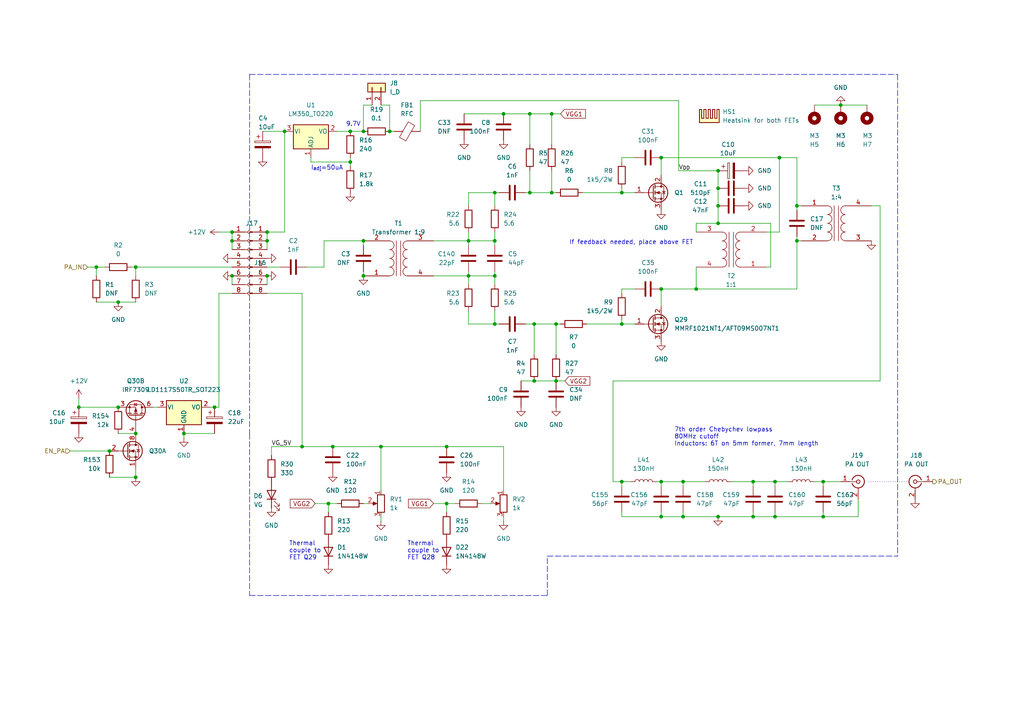
<source format=kicad_sch>
(kicad_sch (version 20211123) (generator eeschema)

  (uuid 23a5678d-f14a-42e0-9e0f-c58ad589532f)

  (paper "A4")

  (title_block
    (title "DART-70 TRX")
    (date "2023-02-18")
    (rev "0")
    (company "HB9EGM")
    (comment 1 "A 4m Band SSB/CW Transceiver")
    (comment 2 "Power Amplifier")
  )

  

  (junction (at 129.54 129.54) (diameter 0) (color 0 0 0 0)
    (uuid 00a9bf31-5693-48ee-843c-84ba7c1825e4)
  )
  (junction (at 67.31 67.31) (diameter 0) (color 0 0 0 0)
    (uuid 018be638-d71c-4d87-b73e-3b122c747273)
  )
  (junction (at 160.02 55.88) (diameter 0) (color 0 0 0 0)
    (uuid 0dc97b2b-98f5-4f81-a4b6-f10781d3b160)
  )
  (junction (at 67.31 69.85) (diameter 0) (color 0 0 0 0)
    (uuid 0f5d58d5-669d-4592-ae44-534ad7e7f3f2)
  )
  (junction (at 191.77 139.7) (diameter 0) (color 0 0 0 0)
    (uuid 1190286f-bc01-45d0-bdda-652501fac563)
  )
  (junction (at 198.12 149.86) (diameter 0) (color 0 0 0 0)
    (uuid 11b9d2e6-81c0-46e2-8e5c-4c9b4a487db1)
  )
  (junction (at 224.79 149.86) (diameter 0) (color 0 0 0 0)
    (uuid 169fe2ba-c49f-4563-b93a-0aa82b0e8f0e)
  )
  (junction (at 201.93 83.82) (diameter 0) (color 0 0 0 0)
    (uuid 1a55edc2-84ce-4698-afd0-ce89a8423090)
  )
  (junction (at 105.41 38.1) (diameter 0) (color 0 0 0 0)
    (uuid 1d61ae6b-82dc-4a56-86ce-44a7fce84cf1)
  )
  (junction (at 231.14 59.69) (diameter 0) (color 0 0 0 0)
    (uuid 201640bb-e925-4d5c-b471-ab56b7f38c54)
  )
  (junction (at 31.75 130.81) (diameter 0) (color 0 0 0 0)
    (uuid 20532f55-6ca5-4db1-8122-d066a5deca97)
  )
  (junction (at 153.67 33.02) (diameter 0) (color 0 0 0 0)
    (uuid 29193f5d-7841-48f5-b586-96cbee5a07d5)
  )
  (junction (at 208.28 149.86) (diameter 0) (color 0 0 0 0)
    (uuid 2944e809-bf47-4b81-b200-121289761ed1)
  )
  (junction (at 39.37 138.43) (diameter 0) (color 0 0 0 0)
    (uuid 29bc49ce-d5f6-4546-b475-0b8d826019c7)
  )
  (junction (at 146.05 33.02) (diameter 0) (color 0 0 0 0)
    (uuid 2ca32adb-9047-4d23-898b-48d94f451fa2)
  )
  (junction (at 180.34 55.88) (diameter 0) (color 0 0 0 0)
    (uuid 349a4eb3-deb0-4994-ba0a-e23a91346992)
  )
  (junction (at 53.34 125.73) (diameter 0) (color 0 0 0 0)
    (uuid 34ad9104-4aec-413d-8c0e-1fe64bf95c79)
  )
  (junction (at 243.84 30.48) (diameter 0) (color 0 0 0 0)
    (uuid 37a9d731-529c-4097-bc66-1496ee02dbe0)
  )
  (junction (at 39.37 77.47) (diameter 0) (color 0 0 0 0)
    (uuid 3bc6f319-45d9-4d92-b709-150dc296e3e3)
  )
  (junction (at 160.02 33.02) (diameter 0) (color 0 0 0 0)
    (uuid 3d76d0aa-ffaf-4e0f-acb3-7daa2c08fd90)
  )
  (junction (at 129.54 146.05) (diameter 0) (color 0 0 0 0)
    (uuid 45343804-2488-4c7a-870d-8b6266de79aa)
  )
  (junction (at 226.06 45.72) (diameter 0) (color 0 0 0 0)
    (uuid 45d25079-49ba-42d3-8214-a17f1366934f)
  )
  (junction (at 191.77 83.82) (diameter 0) (color 0 0 0 0)
    (uuid 46c78ed4-4614-483b-9e27-b81dc59bfb52)
  )
  (junction (at 231.14 69.85) (diameter 0) (color 0 0 0 0)
    (uuid 4865f11e-4bbd-4ae9-98c0-17c1475ebd21)
  )
  (junction (at 143.51 55.88) (diameter 0) (color 0 0 0 0)
    (uuid 4aadce6a-d50b-45f8-a033-dcc4bea52391)
  )
  (junction (at 105.41 80.01) (diameter 0) (color 0 0 0 0)
    (uuid 52218bfd-5195-423d-844f-6feace98a85b)
  )
  (junction (at 180.34 93.98) (diameter 0) (color 0 0 0 0)
    (uuid 65437939-d9c1-47fd-a1ae-2e641394a26e)
  )
  (junction (at 22.86 118.11) (diameter 0) (color 0 0 0 0)
    (uuid 7629175d-ae1a-4764-9a83-e91cb21c21ea)
  )
  (junction (at 95.25 146.05) (diameter 0) (color 0 0 0 0)
    (uuid 770e41a4-5ec0-4019-8763-111e9fe1283d)
  )
  (junction (at 143.51 80.01) (diameter 0) (color 0 0 0 0)
    (uuid 7b948514-a138-4a94-8e43-f8181fa36a07)
  )
  (junction (at 113.03 38.1) (diameter 0) (color 0 0 0 0)
    (uuid 7bc21d1a-16a9-4ef3-a553-9065bc06ee3c)
  )
  (junction (at 154.94 93.98) (diameter 0) (color 0 0 0 0)
    (uuid 7f2796bf-e1d4-4110-8d8b-0ff6bda985a3)
  )
  (junction (at 67.31 80.01) (diameter 0) (color 0 0 0 0)
    (uuid 7f5b2f73-5703-4ef7-b1fa-563f3476def3)
  )
  (junction (at 224.79 139.7) (diameter 0) (color 0 0 0 0)
    (uuid 8402d871-5523-4a16-8c07-99d580102bc0)
  )
  (junction (at 87.63 129.54) (diameter 0) (color 0 0 0 0)
    (uuid 9117f8c0-7c27-49fc-8a32-89061d5b49d9)
  )
  (junction (at 77.47 67.31) (diameter 0) (color 0 0 0 0)
    (uuid 91d168d1-4d25-40ba-ae55-15415c655fcf)
  )
  (junction (at 135.89 80.01) (diameter 0) (color 0 0 0 0)
    (uuid 95c732e9-37db-43be-b499-c30c57b0e1f7)
  )
  (junction (at 34.29 87.63) (diameter 0) (color 0 0 0 0)
    (uuid 95e609b4-aa85-4f15-97bd-4cb457f32c03)
  )
  (junction (at 191.77 45.72) (diameter 0) (color 0 0 0 0)
    (uuid 97552ee1-af94-4c94-b682-b34119d67275)
  )
  (junction (at 218.44 139.7) (diameter 0) (color 0 0 0 0)
    (uuid 995fd178-17d6-4d3e-8acb-8d785bd5fffc)
  )
  (junction (at 208.28 54.61) (diameter 0) (color 0 0 0 0)
    (uuid 9ac767e8-7860-41f7-a6dc-022dbbfe978f)
  )
  (junction (at 143.51 93.98) (diameter 0) (color 0 0 0 0)
    (uuid 9c1a8aa3-6f62-43d5-bf56-ac00d5c99775)
  )
  (junction (at 198.12 139.7) (diameter 0) (color 0 0 0 0)
    (uuid a0407873-4bbd-4776-aa5f-665b3c08936c)
  )
  (junction (at 77.47 80.01) (diameter 0) (color 0 0 0 0)
    (uuid a7a2a279-d40f-4587-bec9-d4d3067b13e5)
  )
  (junction (at 153.67 55.88) (diameter 0) (color 0 0 0 0)
    (uuid aa89c5af-af25-49c1-96f4-06c6ce91f19e)
  )
  (junction (at 101.6 46.99) (diameter 0) (color 0 0 0 0)
    (uuid af091ba7-4a6d-498e-bd0b-14fda6edf260)
  )
  (junction (at 154.94 110.49) (diameter 0) (color 0 0 0 0)
    (uuid ba04cb58-9776-456e-90eb-494c877d5ce7)
  )
  (junction (at 208.28 59.69) (diameter 0) (color 0 0 0 0)
    (uuid ba431773-10fb-4d16-9ba2-eb6fd3c285b4)
  )
  (junction (at 218.44 149.86) (diameter 0) (color 0 0 0 0)
    (uuid bd70a2e0-a82f-4de4-a0fa-3e489255ccd2)
  )
  (junction (at 34.29 118.11) (diameter 0) (color 0 0 0 0)
    (uuid be1784a6-59d6-4cde-9c33-90a6012ea93e)
  )
  (junction (at 191.77 149.86) (diameter 0) (color 0 0 0 0)
    (uuid bfe16a13-83ef-4525-9238-87977c9e0324)
  )
  (junction (at 105.41 69.85) (diameter 0) (color 0 0 0 0)
    (uuid c1812bca-1a73-4f18-9a33-1b204224d02a)
  )
  (junction (at 208.28 64.77) (diameter 0) (color 0 0 0 0)
    (uuid c4c8dc22-30cb-4ab5-9ea7-ce681435a526)
  )
  (junction (at 77.47 69.85) (diameter 0) (color 0 0 0 0)
    (uuid ce5230a8-798d-481b-92d7-62613f234a9f)
  )
  (junction (at 208.28 49.53) (diameter 0) (color 0 0 0 0)
    (uuid ce67e4fa-a993-4a9d-853a-c16f4292267a)
  )
  (junction (at 238.76 149.86) (diameter 0) (color 0 0 0 0)
    (uuid d6aa82f3-1581-4e28-9aa5-df659b8e8178)
  )
  (junction (at 161.29 110.49) (diameter 0) (color 0 0 0 0)
    (uuid da475678-1d3f-412b-b97e-fcd878ddc967)
  )
  (junction (at 82.55 38.1) (diameter 0) (color 0 0 0 0)
    (uuid de4a013d-057c-4526-b3ee-b7119435e384)
  )
  (junction (at 62.23 118.11) (diameter 0) (color 0 0 0 0)
    (uuid deafc291-0fe3-4cfb-914a-c34a72d0d21a)
  )
  (junction (at 27.94 77.47) (diameter 0) (color 0 0 0 0)
    (uuid e09d4217-9b5f-4cf8-8963-de289c5f1d23)
  )
  (junction (at 101.6 38.1) (diameter 0) (color 0 0 0 0)
    (uuid e1ae65fb-5d8e-4707-a860-4099b5b12f92)
  )
  (junction (at 96.52 129.54) (diameter 0) (color 0 0 0 0)
    (uuid e4589850-a03e-4f46-9ea8-63c370df9c6c)
  )
  (junction (at 143.51 69.85) (diameter 0) (color 0 0 0 0)
    (uuid e99cd3cb-eecd-48de-8dac-f3583e9ee5aa)
  )
  (junction (at 180.34 139.7) (diameter 0) (color 0 0 0 0)
    (uuid f1f0fc3f-3df6-42a9-bad0-ae1a97ab3dd1)
  )
  (junction (at 39.37 125.73) (diameter 0) (color 0 0 0 0)
    (uuid f5a60bd5-1c34-47ca-8ecb-aa99fd3fc492)
  )
  (junction (at 238.76 139.7) (diameter 0) (color 0 0 0 0)
    (uuid f95b6c97-e71d-442c-ab28-687f0c1b2ecd)
  )
  (junction (at 161.29 93.98) (diameter 0) (color 0 0 0 0)
    (uuid fa77d425-d7f6-4c77-9f7d-bb18f02e72f6)
  )
  (junction (at 110.49 129.54) (diameter 0) (color 0 0 0 0)
    (uuid fc158e7b-4b67-4dbc-8bc0-b32dabb0353c)
  )
  (junction (at 135.89 69.85) (diameter 0) (color 0 0 0 0)
    (uuid fd4faf0a-37e9-4552-8fd5-5779c63690e1)
  )

  (wire (pts (xy 160.02 41.91) (xy 160.02 33.02))
    (stroke (width 0) (type default) (color 0 0 0 0))
    (uuid 003766df-760d-4945-aead-fd459cf2cc7e)
  )
  (wire (pts (xy 238.76 148.59) (xy 238.76 149.86))
    (stroke (width 0) (type default) (color 0 0 0 0))
    (uuid 00b03189-3640-4f86-a383-2e455c33fb42)
  )
  (wire (pts (xy 191.77 139.7) (xy 198.12 139.7))
    (stroke (width 0) (type default) (color 0 0 0 0))
    (uuid 01303a8c-cc11-400c-8bb1-9c7a6554cd45)
  )
  (wire (pts (xy 153.67 55.88) (xy 153.67 49.53))
    (stroke (width 0) (type default) (color 0 0 0 0))
    (uuid 01cd1a32-53d4-480c-a184-d16eda8ee96e)
  )
  (wire (pts (xy 222.25 67.31) (xy 226.06 67.31))
    (stroke (width 0) (type default) (color 0 0 0 0))
    (uuid 0213fd9f-9172-4644-aa96-b68d556aae75)
  )
  (wire (pts (xy 143.51 67.31) (xy 143.51 69.85))
    (stroke (width 0) (type default) (color 0 0 0 0))
    (uuid 05bd47c1-4917-4b79-bd80-c7e5e8dd13c8)
  )
  (wire (pts (xy 180.34 140.97) (xy 180.34 139.7))
    (stroke (width 0) (type default) (color 0 0 0 0))
    (uuid 05c4acf2-1aea-4e36-a39b-8de69c211c79)
  )
  (wire (pts (xy 93.98 77.47) (xy 93.98 69.85))
    (stroke (width 0) (type default) (color 0 0 0 0))
    (uuid 08da3a2b-c17b-44c3-a933-0280f33f01b4)
  )
  (wire (pts (xy 125.73 69.85) (xy 135.89 69.85))
    (stroke (width 0) (type default) (color 0 0 0 0))
    (uuid 090a5550-aaf0-4baa-93d5-0e07d425691a)
  )
  (wire (pts (xy 135.89 78.74) (xy 135.89 80.01))
    (stroke (width 0) (type default) (color 0 0 0 0))
    (uuid 090e8cfd-ba33-4d7d-9c81-3debb551627b)
  )
  (wire (pts (xy 135.89 82.55) (xy 135.89 80.01))
    (stroke (width 0) (type default) (color 0 0 0 0))
    (uuid 0c403a72-1507-400c-bcf9-bdea8d77da0c)
  )
  (wire (pts (xy 161.29 93.98) (xy 154.94 93.98))
    (stroke (width 0) (type default) (color 0 0 0 0))
    (uuid 0c62e9e2-99ea-4b9f-a93d-d3265a59ccc4)
  )
  (wire (pts (xy 143.51 82.55) (xy 143.51 80.01))
    (stroke (width 0) (type default) (color 0 0 0 0))
    (uuid 0db8d2aa-1710-4582-b3d9-cb71117f3069)
  )
  (polyline (pts (xy 72.39 125.73) (xy 72.39 172.72))
    (stroke (width 0) (type default) (color 0 0 0 0))
    (uuid 0e97a1c7-a3b0-49a1-b55a-a05eb846150e)
  )

  (wire (pts (xy 201.93 77.47) (xy 201.93 83.82))
    (stroke (width 0) (type default) (color 0 0 0 0))
    (uuid 117e449a-10cc-40db-a294-4fa340a9cac0)
  )
  (wire (pts (xy 198.12 148.59) (xy 198.12 149.86))
    (stroke (width 0) (type default) (color 0 0 0 0))
    (uuid 129d98eb-7dcb-4630-a22b-2b23e8fcd745)
  )
  (wire (pts (xy 180.34 83.82) (xy 184.15 83.82))
    (stroke (width 0) (type default) (color 0 0 0 0))
    (uuid 15279dd8-9bd1-48fc-9f70-e7f93e55299a)
  )
  (wire (pts (xy 218.44 148.59) (xy 218.44 149.86))
    (stroke (width 0) (type default) (color 0 0 0 0))
    (uuid 176a64d2-c693-4d78-ab17-fc4d752dc7bf)
  )
  (wire (pts (xy 144.78 55.88) (xy 143.51 55.88))
    (stroke (width 0) (type default) (color 0 0 0 0))
    (uuid 190cb8c5-8a7f-4df3-af19-907585046dea)
  )
  (wire (pts (xy 129.54 146.05) (xy 132.08 146.05))
    (stroke (width 0) (type default) (color 0 0 0 0))
    (uuid 1941097c-3dde-477c-9880-5f4a67beef11)
  )
  (wire (pts (xy 88.9 77.47) (xy 93.98 77.47))
    (stroke (width 0) (type default) (color 0 0 0 0))
    (uuid 1bb0e012-00ba-4f66-98d9-e0c61b08d886)
  )
  (wire (pts (xy 60.96 118.11) (xy 62.23 118.11))
    (stroke (width 0) (type default) (color 0 0 0 0))
    (uuid 1de018d4-5c44-4308-83e7-3cd467a0df2c)
  )
  (wire (pts (xy 191.77 83.82) (xy 201.93 83.82))
    (stroke (width 0) (type default) (color 0 0 0 0))
    (uuid 1e0ac3bd-2032-4a66-a210-cf54c4394e90)
  )
  (polyline (pts (xy 260.35 21.59) (xy 260.35 161.29))
    (stroke (width 0) (type default) (color 0 0 0 0))
    (uuid 1e42598a-f528-4ed6-adc9-5d49f8a54068)
  )

  (wire (pts (xy 160.02 55.88) (xy 161.29 55.88))
    (stroke (width 0) (type default) (color 0 0 0 0))
    (uuid 1fc99f89-a9e3-40d0-a00e-00b942f68fbe)
  )
  (wire (pts (xy 67.31 72.39) (xy 67.31 69.85))
    (stroke (width 0) (type default) (color 0 0 0 0))
    (uuid 20c49d41-bbed-4fd7-871e-c8cda9b70919)
  )
  (wire (pts (xy 238.76 139.7) (xy 243.84 139.7))
    (stroke (width 0) (type default) (color 0 0 0 0))
    (uuid 20e91198-3a81-4bb2-883d-67438d536dfb)
  )
  (wire (pts (xy 180.34 149.86) (xy 180.34 148.59))
    (stroke (width 0) (type default) (color 0 0 0 0))
    (uuid 22495173-2d45-4f6f-9abc-6c550a9ad708)
  )
  (wire (pts (xy 20.32 130.81) (xy 31.75 130.81))
    (stroke (width 0) (type default) (color 0 0 0 0))
    (uuid 244cb991-83cb-471e-802b-24c925680851)
  )
  (wire (pts (xy 146.05 142.24) (xy 146.05 129.54))
    (stroke (width 0) (type default) (color 0 0 0 0))
    (uuid 244ff2bc-70e5-4e35-bfb2-a65f8b5dba01)
  )
  (wire (pts (xy 231.14 68.58) (xy 231.14 69.85))
    (stroke (width 0) (type default) (color 0 0 0 0))
    (uuid 2498ff12-ed26-4ee2-a8eb-6bcc5369ccfa)
  )
  (wire (pts (xy 168.91 55.88) (xy 180.34 55.88))
    (stroke (width 0) (type default) (color 0 0 0 0))
    (uuid 275deabf-8009-409b-b4ac-41d9bed031f8)
  )
  (wire (pts (xy 154.94 110.49) (xy 161.29 110.49))
    (stroke (width 0) (type default) (color 0 0 0 0))
    (uuid 27dce1e3-d97e-42b2-835a-51f963345258)
  )
  (wire (pts (xy 201.93 64.77) (xy 201.93 67.31))
    (stroke (width 0) (type default) (color 0 0 0 0))
    (uuid 287c2405-6913-4715-9df1-ff5ad9edb79a)
  )
  (wire (pts (xy 191.77 148.59) (xy 191.77 149.86))
    (stroke (width 0) (type default) (color 0 0 0 0))
    (uuid 2974f09b-e6b8-4064-b7aa-e536277a9dd1)
  )
  (wire (pts (xy 161.29 110.49) (xy 163.83 110.49))
    (stroke (width 0) (type default) (color 0 0 0 0))
    (uuid 2c9f3b73-c557-4d2a-9dd7-0487ea71ec0e)
  )
  (wire (pts (xy 153.67 41.91) (xy 153.67 33.02))
    (stroke (width 0) (type default) (color 0 0 0 0))
    (uuid 2dbf30dd-74ba-489b-bc21-50743495fd6e)
  )
  (wire (pts (xy 231.14 59.69) (xy 231.14 60.96))
    (stroke (width 0) (type default) (color 0 0 0 0))
    (uuid 314f8e04-4aa0-4bb5-827d-61a31e51db59)
  )
  (wire (pts (xy 34.29 125.73) (xy 39.37 125.73))
    (stroke (width 0) (type default) (color 0 0 0 0))
    (uuid 326d996d-3cfd-4380-aa75-da9dedb0ddb6)
  )
  (wire (pts (xy 110.49 30.48) (xy 113.03 30.48))
    (stroke (width 0) (type default) (color 0 0 0 0))
    (uuid 32b0485d-44e4-459e-b414-08683522870b)
  )
  (wire (pts (xy 77.47 67.31) (xy 77.47 69.85))
    (stroke (width 0) (type default) (color 0 0 0 0))
    (uuid 32e7b266-8a06-4afa-95ae-6cc7fd2c4682)
  )
  (wire (pts (xy 180.34 54.61) (xy 180.34 55.88))
    (stroke (width 0) (type default) (color 0 0 0 0))
    (uuid 3b137ae9-360e-432b-b9e1-c0db7be18a6f)
  )
  (wire (pts (xy 252.73 59.69) (xy 255.27 59.69))
    (stroke (width 0) (type default) (color 0 0 0 0))
    (uuid 3fa43fd5-1023-4d73-9454-49a58988d36d)
  )
  (wire (pts (xy 196.85 49.53) (xy 208.28 49.53))
    (stroke (width 0) (type default) (color 0 0 0 0))
    (uuid 410150c4-40fc-4943-abc9-82881f5d36d2)
  )
  (wire (pts (xy 198.12 149.86) (xy 191.77 149.86))
    (stroke (width 0) (type default) (color 0 0 0 0))
    (uuid 45d7483e-8114-4f8f-b539-62807589f130)
  )
  (wire (pts (xy 162.56 33.02) (xy 160.02 33.02))
    (stroke (width 0) (type default) (color 0 0 0 0))
    (uuid 46618fa5-0b3e-4206-965f-d2c1fa7fd544)
  )
  (wire (pts (xy 190.5 139.7) (xy 191.77 139.7))
    (stroke (width 0) (type default) (color 0 0 0 0))
    (uuid 46ccb03d-9859-4d39-a84e-de35f474656d)
  )
  (wire (pts (xy 224.79 139.7) (xy 218.44 139.7))
    (stroke (width 0) (type default) (color 0 0 0 0))
    (uuid 47431c99-b3b4-40b7-9c3c-b504fe7f80ad)
  )
  (wire (pts (xy 238.76 139.7) (xy 238.76 140.97))
    (stroke (width 0) (type default) (color 0 0 0 0))
    (uuid 4836d259-bca8-4757-a2e4-0014edd49bee)
  )
  (wire (pts (xy 39.37 135.89) (xy 39.37 138.43))
    (stroke (width 0) (type default) (color 0 0 0 0))
    (uuid 49117d96-ecd5-4c4c-867f-fba2a373e768)
  )
  (polyline (pts (xy 72.39 172.72) (xy 158.75 172.72))
    (stroke (width 0) (type default) (color 0 0 0 0))
    (uuid 4ae5fbc9-eb99-4e4e-8086-7665b8159a43)
  )

  (wire (pts (xy 135.89 55.88) (xy 143.51 55.88))
    (stroke (width 0) (type default) (color 0 0 0 0))
    (uuid 4c1800c2-8348-464f-9f96-c07e927f3b27)
  )
  (wire (pts (xy 39.37 77.47) (xy 67.31 77.47))
    (stroke (width 0) (type default) (color 0 0 0 0))
    (uuid 4f28f9c8-885b-461f-99ce-9e467196f1b9)
  )
  (wire (pts (xy 135.89 69.85) (xy 135.89 71.12))
    (stroke (width 0) (type default) (color 0 0 0 0))
    (uuid 4f6eb515-be7f-47aa-980d-105f546479e2)
  )
  (wire (pts (xy 143.51 69.85) (xy 135.89 69.85))
    (stroke (width 0) (type default) (color 0 0 0 0))
    (uuid 50a21b5d-899a-44a0-996e-051d02331b9b)
  )
  (wire (pts (xy 25.4 77.47) (xy 27.94 77.47))
    (stroke (width 0) (type default) (color 0 0 0 0))
    (uuid 50ee2088-c749-44b7-9441-ded0f956dbfb)
  )
  (wire (pts (xy 222.25 77.47) (xy 223.52 77.47))
    (stroke (width 0) (type default) (color 0 0 0 0))
    (uuid 517f26e5-18d4-43ac-972a-ba2567992a0c)
  )
  (wire (pts (xy 63.5 118.11) (xy 62.23 118.11))
    (stroke (width 0) (type default) (color 0 0 0 0))
    (uuid 526cf808-e002-43dd-a0e0-44a3396fee16)
  )
  (wire (pts (xy 39.37 80.01) (xy 39.37 77.47))
    (stroke (width 0) (type default) (color 0 0 0 0))
    (uuid 529d787f-495b-411a-9099-24f01e97f4fb)
  )
  (wire (pts (xy 27.94 77.47) (xy 30.48 77.47))
    (stroke (width 0) (type default) (color 0 0 0 0))
    (uuid 54dc5336-21a7-449e-8921-31bd50e0dd34)
  )
  (wire (pts (xy 153.67 33.02) (xy 146.05 33.02))
    (stroke (width 0) (type default) (color 0 0 0 0))
    (uuid 5534ba7b-e05c-441b-ab61-b44786c0cc7f)
  )
  (wire (pts (xy 77.47 85.09) (xy 87.63 85.09))
    (stroke (width 0) (type default) (color 0 0 0 0))
    (uuid 5bc7df61-b1cd-4588-856d-8c6fb4871ca2)
  )
  (wire (pts (xy 90.17 46.99) (xy 101.6 46.99))
    (stroke (width 0) (type default) (color 0 0 0 0))
    (uuid 5d504083-b2cb-4825-8a1c-f090158440ad)
  )
  (wire (pts (xy 191.77 139.7) (xy 191.77 140.97))
    (stroke (width 0) (type default) (color 0 0 0 0))
    (uuid 5e519133-39e0-4d9c-923a-654d70e785ea)
  )
  (wire (pts (xy 143.51 78.74) (xy 143.51 80.01))
    (stroke (width 0) (type default) (color 0 0 0 0))
    (uuid 5e72ac5c-c90a-41fa-9dba-d1d47974ec35)
  )
  (wire (pts (xy 218.44 149.86) (xy 208.28 149.86))
    (stroke (width 0) (type default) (color 0 0 0 0))
    (uuid 5f190653-6f70-4988-87e8-9b7db66d156d)
  )
  (wire (pts (xy 39.37 138.43) (xy 31.75 138.43))
    (stroke (width 0) (type default) (color 0 0 0 0))
    (uuid 617393ff-8ed2-4078-9ede-235bd1227e24)
  )
  (wire (pts (xy 76.2 38.1) (xy 82.55 38.1))
    (stroke (width 0) (type default) (color 0 0 0 0))
    (uuid 62583d4b-9427-440d-8327-f9d7d21d09cb)
  )
  (wire (pts (xy 77.47 77.47) (xy 81.28 77.47))
    (stroke (width 0) (type default) (color 0 0 0 0))
    (uuid 62c70670-1334-4513-905b-69fd3f256c43)
  )
  (wire (pts (xy 90.17 46.99) (xy 90.17 45.72))
    (stroke (width 0) (type default) (color 0 0 0 0))
    (uuid 63065ccc-6177-47a4-ba4b-dac35da23d54)
  )
  (wire (pts (xy 34.29 87.63) (xy 27.94 87.63))
    (stroke (width 0) (type default) (color 0 0 0 0))
    (uuid 658c1d04-d8a4-4581-8808-91199da32b7a)
  )
  (polyline (pts (xy 158.75 172.72) (xy 158.75 161.29))
    (stroke (width 0) (type default) (color 0 0 0 0))
    (uuid 66b07fde-6cd4-4b98-a500-29e68bc48a26)
  )

  (wire (pts (xy 228.6 139.7) (xy 224.79 139.7))
    (stroke (width 0) (type default) (color 0 0 0 0))
    (uuid 66b2dc35-2265-403a-99d6-443630d9bc0d)
  )
  (wire (pts (xy 97.79 38.1) (xy 101.6 38.1))
    (stroke (width 0) (type default) (color 0 0 0 0))
    (uuid 67b7572b-8850-4da4-abc8-6a9a95c24196)
  )
  (wire (pts (xy 110.49 129.54) (xy 129.54 129.54))
    (stroke (width 0) (type default) (color 0 0 0 0))
    (uuid 69fd6a37-2951-4523-be53-b297b12a3d30)
  )
  (wire (pts (xy 39.37 87.63) (xy 34.29 87.63))
    (stroke (width 0) (type default) (color 0 0 0 0))
    (uuid 6b19a571-91ba-4d1a-8b96-09d23dc9b0fd)
  )
  (wire (pts (xy 129.54 148.59) (xy 129.54 146.05))
    (stroke (width 0) (type default) (color 0 0 0 0))
    (uuid 6d9b2be2-0946-43d9-ae46-71aefe8a5f39)
  )
  (wire (pts (xy 160.02 33.02) (xy 153.67 33.02))
    (stroke (width 0) (type default) (color 0 0 0 0))
    (uuid 6e8528c7-721a-4a9d-91ba-2bed867380fd)
  )
  (wire (pts (xy 93.98 69.85) (xy 105.41 69.85))
    (stroke (width 0) (type default) (color 0 0 0 0))
    (uuid 700aab51-599c-46ef-ab05-ba582df59faf)
  )
  (wire (pts (xy 77.47 67.31) (xy 82.55 67.31))
    (stroke (width 0) (type default) (color 0 0 0 0))
    (uuid 708f55ca-b0b2-4950-ad4c-df6179f30406)
  )
  (wire (pts (xy 208.28 149.86) (xy 198.12 149.86))
    (stroke (width 0) (type default) (color 0 0 0 0))
    (uuid 72a4a520-5e37-46e3-b69d-c3460e9f221c)
  )
  (wire (pts (xy 143.51 55.88) (xy 143.51 59.69))
    (stroke (width 0) (type default) (color 0 0 0 0))
    (uuid 747d6f52-cc08-417b-84fa-68d19b5edf1f)
  )
  (wire (pts (xy 218.44 139.7) (xy 218.44 140.97))
    (stroke (width 0) (type default) (color 0 0 0 0))
    (uuid 74880265-f9ea-4dec-ae40-354f181a1e44)
  )
  (wire (pts (xy 196.85 29.21) (xy 196.85 49.53))
    (stroke (width 0) (type default) (color 0 0 0 0))
    (uuid 7515cca1-e4ed-4308-8959-2cb96cb486bc)
  )
  (wire (pts (xy 113.03 38.1) (xy 113.03 30.48))
    (stroke (width 0) (type default) (color 0 0 0 0))
    (uuid 77391e29-ecc1-42ae-956b-82e3188fdad6)
  )
  (wire (pts (xy 191.77 50.8) (xy 191.77 45.72))
    (stroke (width 0) (type default) (color 0 0 0 0))
    (uuid 786e1d5b-e1c9-4d32-83e4-8256769342db)
  )
  (wire (pts (xy 218.44 139.7) (xy 212.09 139.7))
    (stroke (width 0) (type default) (color 0 0 0 0))
    (uuid 792dcaf8-ca00-40d9-b156-266fa951bd81)
  )
  (wire (pts (xy 143.51 80.01) (xy 135.89 80.01))
    (stroke (width 0) (type default) (color 0 0 0 0))
    (uuid 794dc39d-8571-437d-b869-222991e444b8)
  )
  (wire (pts (xy 110.49 142.24) (xy 110.49 129.54))
    (stroke (width 0) (type default) (color 0 0 0 0))
    (uuid 7b76a79d-41f9-41dc-b73d-561e451cfaf8)
  )
  (wire (pts (xy 95.25 148.59) (xy 95.25 146.05))
    (stroke (width 0) (type default) (color 0 0 0 0))
    (uuid 7b82c39d-7156-424b-89fa-48e5324ac466)
  )
  (wire (pts (xy 161.29 102.87) (xy 161.29 93.98))
    (stroke (width 0) (type default) (color 0 0 0 0))
    (uuid 7cbcca09-f051-4a6a-a573-518f6f3e8480)
  )
  (wire (pts (xy 238.76 149.86) (xy 224.79 149.86))
    (stroke (width 0) (type default) (color 0 0 0 0))
    (uuid 7cdac423-7c51-49f3-8be3-e2a9f7758c95)
  )
  (wire (pts (xy 105.41 78.74) (xy 105.41 80.01))
    (stroke (width 0) (type default) (color 0 0 0 0))
    (uuid 7d681d34-4bc5-4be1-a8cb-4db186ab9108)
  )
  (wire (pts (xy 177.8 110.49) (xy 177.8 139.7))
    (stroke (width 0) (type default) (color 0 0 0 0))
    (uuid 7e4b5443-42d5-428f-a8ff-0fa62039fc20)
  )
  (wire (pts (xy 82.55 38.1) (xy 82.55 67.31))
    (stroke (width 0) (type default) (color 0 0 0 0))
    (uuid 7f503ee2-5760-4fc4-b83b-6c6a12238600)
  )
  (wire (pts (xy 224.79 139.7) (xy 224.79 140.97))
    (stroke (width 0) (type default) (color 0 0 0 0))
    (uuid 7fb6fe3c-7427-4aad-825b-24b65566f507)
  )
  (wire (pts (xy 38.1 77.47) (xy 39.37 77.47))
    (stroke (width 0) (type default) (color 0 0 0 0))
    (uuid 81351d0b-a4b5-4cb4-9ae9-f79698997dc6)
  )
  (wire (pts (xy 135.89 59.69) (xy 135.89 55.88))
    (stroke (width 0) (type default) (color 0 0 0 0))
    (uuid 81640ccb-bb6f-4ca3-80a2-35618e8e087b)
  )
  (wire (pts (xy 67.31 69.85) (xy 67.31 67.31))
    (stroke (width 0) (type default) (color 0 0 0 0))
    (uuid 823ff746-3dfe-4ad2-ae79-b99365815b3b)
  )
  (polyline (pts (xy 72.39 21.59) (xy 260.35 21.59))
    (stroke (width 0) (type default) (color 0 0 0 0))
    (uuid 8398d6da-a6bc-43eb-be8d-a0a5e6cd131a)
  )

  (wire (pts (xy 63.5 67.31) (xy 67.31 67.31))
    (stroke (width 0) (type default) (color 0 0 0 0))
    (uuid 83a62204-8d92-4968-9472-359242aa63b5)
  )
  (wire (pts (xy 113.03 38.1) (xy 114.3 38.1))
    (stroke (width 0) (type default) (color 0 0 0 0))
    (uuid 8662e2bc-5e18-4d27-8e41-16580368082b)
  )
  (wire (pts (xy 151.13 110.49) (xy 154.94 110.49))
    (stroke (width 0) (type default) (color 0 0 0 0))
    (uuid 8ac4c920-c88a-456c-8ad1-b60beb0e620f)
  )
  (wire (pts (xy 243.84 30.48) (xy 251.46 30.48))
    (stroke (width 0) (type default) (color 0 0 0 0))
    (uuid 8cd234e5-8d99-4783-8e6c-debdf540bc71)
  )
  (wire (pts (xy 44.45 118.11) (xy 45.72 118.11))
    (stroke (width 0) (type default) (color 0 0 0 0))
    (uuid 8ce64de9-e53d-4317-9ac8-b1f664a4aabd)
  )
  (wire (pts (xy 87.63 85.09) (xy 87.63 129.54))
    (stroke (width 0) (type default) (color 0 0 0 0))
    (uuid 8ec295a0-e8aa-4d08-9ad2-7e3be5901bb0)
  )
  (wire (pts (xy 146.05 151.13) (xy 146.05 149.86))
    (stroke (width 0) (type default) (color 0 0 0 0))
    (uuid 8f0d94cb-7dce-4f8d-b241-565acfd7242c)
  )
  (wire (pts (xy 135.89 67.31) (xy 135.89 69.85))
    (stroke (width 0) (type default) (color 0 0 0 0))
    (uuid 8f25b4cf-19a6-4cfc-8247-405e6fad837e)
  )
  (wire (pts (xy 53.34 125.73) (xy 62.23 125.73))
    (stroke (width 0) (type default) (color 0 0 0 0))
    (uuid 8fbf2c38-2aff-4578-b034-e4158cdc80fc)
  )
  (wire (pts (xy 226.06 67.31) (xy 226.06 45.72))
    (stroke (width 0) (type default) (color 0 0 0 0))
    (uuid 961f2f48-5823-4672-9657-6b8a54100496)
  )
  (wire (pts (xy 180.34 92.71) (xy 180.34 93.98))
    (stroke (width 0) (type default) (color 0 0 0 0))
    (uuid 97156354-f4ae-4c61-9b61-c67f6e42daa4)
  )
  (wire (pts (xy 63.5 85.09) (xy 67.31 85.09))
    (stroke (width 0) (type default) (color 0 0 0 0))
    (uuid 97d7e6e9-0043-4e91-9baa-8fec2b65798f)
  )
  (wire (pts (xy 191.77 45.72) (xy 226.06 45.72))
    (stroke (width 0) (type default) (color 0 0 0 0))
    (uuid 98c89916-5912-4fa7-a8c4-45d1f47b949d)
  )
  (wire (pts (xy 255.27 110.49) (xy 177.8 110.49))
    (stroke (width 0) (type default) (color 0 0 0 0))
    (uuid 9a340e87-d305-43ce-9f87-636252cba83b)
  )
  (wire (pts (xy 63.5 85.09) (xy 63.5 118.11))
    (stroke (width 0) (type default) (color 0 0 0 0))
    (uuid 9c5b4ad7-76e8-40c4-8007-a8a8969bf371)
  )
  (wire (pts (xy 139.7 146.05) (xy 142.24 146.05))
    (stroke (width 0) (type default) (color 0 0 0 0))
    (uuid 9d368343-4950-4d34-b3a3-3301f02614b2)
  )
  (wire (pts (xy 95.25 146.05) (xy 91.44 146.05))
    (stroke (width 0) (type default) (color 0 0 0 0))
    (uuid 9ff1d0a3-4bda-4084-8c92-d9a3e9bd2097)
  )
  (wire (pts (xy 248.92 144.78) (xy 248.92 149.86))
    (stroke (width 0) (type default) (color 0 0 0 0))
    (uuid a03d083a-86d3-43fa-a5db-2ecd32926435)
  )
  (wire (pts (xy 180.34 45.72) (xy 184.15 45.72))
    (stroke (width 0) (type default) (color 0 0 0 0))
    (uuid a1a0fa87-9518-4e3a-8b85-983034295cf2)
  )
  (wire (pts (xy 143.51 71.12) (xy 143.51 69.85))
    (stroke (width 0) (type default) (color 0 0 0 0))
    (uuid a29c2a38-dbda-4d2b-b1e1-eb2b3491457e)
  )
  (wire (pts (xy 101.6 48.26) (xy 101.6 46.99))
    (stroke (width 0) (type default) (color 0 0 0 0))
    (uuid a2e25017-5257-4f53-9d03-d7f687ab6c0f)
  )
  (wire (pts (xy 255.27 59.69) (xy 255.27 110.49))
    (stroke (width 0) (type default) (color 0 0 0 0))
    (uuid a2e5b691-f77a-4583-8bea-441c4d2ce60e)
  )
  (wire (pts (xy 101.6 46.99) (xy 101.6 45.72))
    (stroke (width 0) (type default) (color 0 0 0 0))
    (uuid a329349b-ba39-4ef8-9a28-50bd5ac5c6d5)
  )
  (wire (pts (xy 135.89 93.98) (xy 135.89 90.17))
    (stroke (width 0) (type default) (color 0 0 0 0))
    (uuid a4b27e52-de6a-4049-9cca-f9f30d85d7f1)
  )
  (wire (pts (xy 77.47 69.85) (xy 77.47 72.39))
    (stroke (width 0) (type default) (color 0 0 0 0))
    (uuid a5d1d492-dfa3-4faa-882c-a328491eb033)
  )
  (wire (pts (xy 110.49 151.13) (xy 110.49 149.86))
    (stroke (width 0) (type default) (color 0 0 0 0))
    (uuid a6a1a43f-a88e-41c8-b880-7c537750051f)
  )
  (wire (pts (xy 180.34 55.88) (xy 184.15 55.88))
    (stroke (width 0) (type default) (color 0 0 0 0))
    (uuid aa29402a-e28d-4e6a-a91c-d53faac46ef5)
  )
  (wire (pts (xy 208.28 49.53) (xy 208.28 54.61))
    (stroke (width 0) (type default) (color 0 0 0 0))
    (uuid aaf3c0ed-76db-49b3-85a5-1a6f92e1d0b1)
  )
  (wire (pts (xy 231.14 69.85) (xy 232.41 69.85))
    (stroke (width 0) (type default) (color 0 0 0 0))
    (uuid ab60541a-70a7-4147-8087-07866b7f21be)
  )
  (wire (pts (xy 198.12 139.7) (xy 204.47 139.7))
    (stroke (width 0) (type default) (color 0 0 0 0))
    (uuid ad235f51-b06e-4d02-80dc-3c5ef34c01f0)
  )
  (wire (pts (xy 97.79 146.05) (xy 95.25 146.05))
    (stroke (width 0) (type default) (color 0 0 0 0))
    (uuid ad3a2dc9-0a41-421d-b005-d9e9940696fd)
  )
  (wire (pts (xy 180.34 93.98) (xy 184.15 93.98))
    (stroke (width 0) (type default) (color 0 0 0 0))
    (uuid aeaba250-61f2-4452-945f-e177f41b342c)
  )
  (wire (pts (xy 53.34 127) (xy 53.34 125.73))
    (stroke (width 0) (type default) (color 0 0 0 0))
    (uuid afd000de-1f79-43c7-805a-97033c02476f)
  )
  (wire (pts (xy 77.47 80.01) (xy 77.47 82.55))
    (stroke (width 0) (type default) (color 0 0 0 0))
    (uuid b0638642-906d-4721-afc4-2e70a0961498)
  )
  (wire (pts (xy 27.94 80.01) (xy 27.94 77.47))
    (stroke (width 0) (type default) (color 0 0 0 0))
    (uuid b17770b4-75d1-43d7-a9ee-47c7f821b104)
  )
  (wire (pts (xy 121.92 38.1) (xy 121.92 29.21))
    (stroke (width 0) (type default) (color 0 0 0 0))
    (uuid b269d51b-2f1d-42a9-ba9b-a602d888ef4b)
  )
  (wire (pts (xy 125.73 146.05) (xy 129.54 146.05))
    (stroke (width 0) (type default) (color 0 0 0 0))
    (uuid b3a9f299-9137-4c0e-8d78-b8c51677a919)
  )
  (wire (pts (xy 191.77 83.82) (xy 191.77 88.9))
    (stroke (width 0) (type default) (color 0 0 0 0))
    (uuid b4a67bed-e0d0-4a2b-ad95-50263ae29794)
  )
  (wire (pts (xy 153.67 55.88) (xy 160.02 55.88))
    (stroke (width 0) (type default) (color 0 0 0 0))
    (uuid b6024484-8c2a-42f3-977d-891690fbe6a6)
  )
  (wire (pts (xy 223.52 77.47) (xy 223.52 64.77))
    (stroke (width 0) (type default) (color 0 0 0 0))
    (uuid b6405e62-fe69-4e5e-bf39-a12d7be9fb00)
  )
  (wire (pts (xy 78.74 132.08) (xy 78.74 129.54))
    (stroke (width 0) (type default) (color 0 0 0 0))
    (uuid b808564d-4d59-4c8d-8645-9f64fee897ea)
  )
  (wire (pts (xy 154.94 102.87) (xy 154.94 93.98))
    (stroke (width 0) (type default) (color 0 0 0 0))
    (uuid bb75cd77-e810-43bd-b155-da62e8c644f7)
  )
  (wire (pts (xy 101.6 38.1) (xy 105.41 38.1))
    (stroke (width 0) (type default) (color 0 0 0 0))
    (uuid bec0ce44-3d2b-4c79-b5e8-74a5b945c66e)
  )
  (wire (pts (xy 22.86 115.57) (xy 22.86 118.11))
    (stroke (width 0) (type default) (color 0 0 0 0))
    (uuid bf7659ed-bc9f-491b-accb-3db8abf0f82a)
  )
  (wire (pts (xy 231.14 59.69) (xy 231.14 45.72))
    (stroke (width 0) (type default) (color 0 0 0 0))
    (uuid c136cc08-0a30-42be-ac73-b57040aa3d8f)
  )
  (wire (pts (xy 223.52 64.77) (xy 208.28 64.77))
    (stroke (width 0) (type default) (color 0 0 0 0))
    (uuid c45cd4a9-6d57-419f-b7e4-f2f6398e66f1)
  )
  (wire (pts (xy 248.92 149.86) (xy 238.76 149.86))
    (stroke (width 0) (type default) (color 0 0 0 0))
    (uuid c7401b61-6bdc-4e54-9145-3259d391c0b4)
  )
  (wire (pts (xy 198.12 140.97) (xy 198.12 139.7))
    (stroke (width 0) (type default) (color 0 0 0 0))
    (uuid c798b8fa-0a55-4e06-bca6-bad2d53d105b)
  )
  (wire (pts (xy 154.94 93.98) (xy 152.4 93.98))
    (stroke (width 0) (type default) (color 0 0 0 0))
    (uuid c9c94256-b0e2-41d0-a6ac-8d3574e6f0f9)
  )
  (wire (pts (xy 87.63 129.54) (xy 96.52 129.54))
    (stroke (width 0) (type default) (color 0 0 0 0))
    (uuid cad596e5-4e33-4e48-b52a-041b51bac332)
  )
  (wire (pts (xy 162.56 93.98) (xy 161.29 93.98))
    (stroke (width 0) (type default) (color 0 0 0 0))
    (uuid caef4be8-1584-43bd-a128-f71411000238)
  )
  (polyline (pts (xy 158.75 161.29) (xy 260.35 161.29))
    (stroke (width 0) (type default) (color 0 0 0 0))
    (uuid cb92ffa3-9da8-4c51-bf02-e9c5d63c50e0)
  )
  (polyline (pts (xy 72.39 21.59) (xy 72.39 125.73))
    (stroke (width 0) (type default) (color 0 0 0 0))
    (uuid cbf11394-fc96-4418-a6f6-f186e5712833)
  )

  (wire (pts (xy 22.86 118.11) (xy 34.29 118.11))
    (stroke (width 0) (type default) (color 0 0 0 0))
    (uuid ccfed1e0-71a4-467e-9f13-8aea53138931)
  )
  (wire (pts (xy 231.14 83.82) (xy 231.14 69.85))
    (stroke (width 0) (type default) (color 0 0 0 0))
    (uuid cd52488a-d219-462f-b0e3-ccadbd95d7a3)
  )
  (wire (pts (xy 177.8 139.7) (xy 180.34 139.7))
    (stroke (width 0) (type default) (color 0 0 0 0))
    (uuid cf78fe5b-3e94-4ad8-98dc-aa354be3ba69)
  )
  (wire (pts (xy 67.31 80.01) (xy 67.31 82.55))
    (stroke (width 0) (type default) (color 0 0 0 0))
    (uuid d22591ff-4bc4-4bab-86b2-5aa2c3322f5b)
  )
  (wire (pts (xy 201.93 83.82) (xy 231.14 83.82))
    (stroke (width 0) (type default) (color 0 0 0 0))
    (uuid d5901386-2638-4771-9120-9bae0ea1e701)
  )
  (wire (pts (xy 231.14 45.72) (xy 226.06 45.72))
    (stroke (width 0) (type default) (color 0 0 0 0))
    (uuid d5c041fb-58ed-4fe2-ba76-b14c47c5e638)
  )
  (wire (pts (xy 146.05 129.54) (xy 129.54 129.54))
    (stroke (width 0) (type default) (color 0 0 0 0))
    (uuid d65fb050-444d-460f-8812-814e9728db7c)
  )
  (wire (pts (xy 236.22 30.48) (xy 243.84 30.48))
    (stroke (width 0) (type default) (color 0 0 0 0))
    (uuid d8b75ab7-d5b7-4174-ae95-3b40683aba30)
  )
  (wire (pts (xy 224.79 148.59) (xy 224.79 149.86))
    (stroke (width 0) (type default) (color 0 0 0 0))
    (uuid d9f31086-35f1-4238-8b8f-fbe8c3cf4e17)
  )
  (wire (pts (xy 143.51 93.98) (xy 143.51 90.17))
    (stroke (width 0) (type default) (color 0 0 0 0))
    (uuid db96ec06-0704-4dfc-a4da-5507475f2a35)
  )
  (wire (pts (xy 110.49 129.54) (xy 96.52 129.54))
    (stroke (width 0) (type default) (color 0 0 0 0))
    (uuid dbe83ea4-45e0-4bf5-9404-ff48adb100fe)
  )
  (wire (pts (xy 224.79 149.86) (xy 218.44 149.86))
    (stroke (width 0) (type default) (color 0 0 0 0))
    (uuid dc3e3a90-5f51-493f-a1b3-6437545baa5a)
  )
  (wire (pts (xy 105.41 71.12) (xy 105.41 69.85))
    (stroke (width 0) (type default) (color 0 0 0 0))
    (uuid dc89d2df-0ae3-4da8-9650-c4dae9eb3248)
  )
  (wire (pts (xy 105.41 146.05) (xy 106.68 146.05))
    (stroke (width 0) (type default) (color 0 0 0 0))
    (uuid de12bceb-6ef7-4510-83cb-3587e87fcec3)
  )
  (wire (pts (xy 180.34 45.72) (xy 180.34 46.99))
    (stroke (width 0) (type default) (color 0 0 0 0))
    (uuid e1ba6fe0-3dfd-4cea-9ef8-13fa7ab7b4bb)
  )
  (wire (pts (xy 125.73 80.01) (xy 135.89 80.01))
    (stroke (width 0) (type default) (color 0 0 0 0))
    (uuid e49fb271-6b54-4a26-8de3-46df0d1b3a67)
  )
  (wire (pts (xy 180.34 83.82) (xy 180.34 85.09))
    (stroke (width 0) (type default) (color 0 0 0 0))
    (uuid e4bc9b49-8332-408c-879e-7bc639399e66)
  )
  (wire (pts (xy 236.22 139.7) (xy 238.76 139.7))
    (stroke (width 0) (type default) (color 0 0 0 0))
    (uuid e4ffaea3-f841-4e23-b5df-039dd68d9ff7)
  )
  (wire (pts (xy 170.18 93.98) (xy 180.34 93.98))
    (stroke (width 0) (type default) (color 0 0 0 0))
    (uuid e599fe9e-93e0-4a2e-8cdb-286327a202aa)
  )
  (wire (pts (xy 180.34 139.7) (xy 182.88 139.7))
    (stroke (width 0) (type default) (color 0 0 0 0))
    (uuid edb3996d-de3b-45fc-8f66-60d724634e5a)
  )
  (wire (pts (xy 232.41 59.69) (xy 231.14 59.69))
    (stroke (width 0) (type default) (color 0 0 0 0))
    (uuid ee164115-ad65-4b45-a48c-085a9d2c75a1)
  )
  (wire (pts (xy 160.02 49.53) (xy 160.02 55.88))
    (stroke (width 0) (type default) (color 0 0 0 0))
    (uuid f2415f15-51b3-42d4-a928-3db331755731)
  )
  (wire (pts (xy 208.28 54.61) (xy 208.28 59.69))
    (stroke (width 0) (type default) (color 0 0 0 0))
    (uuid f2549e2d-1edd-445c-80d8-69d6f29e517c)
  )
  (wire (pts (xy 78.74 129.54) (xy 87.63 129.54))
    (stroke (width 0) (type default) (color 0 0 0 0))
    (uuid f268889d-15b0-46e3-a5d2-7fcc58510960)
  )
  (polyline (pts (xy 262.89 139.7) (xy 251.46 139.7))
    (stroke (width 0) (type dot) (color 0 0 0 0))
    (uuid f2f2a7bf-a103-4999-834f-e6a8711b8e0d)
  )

  (wire (pts (xy 107.95 30.48) (xy 105.41 30.48))
    (stroke (width 0) (type default) (color 0 0 0 0))
    (uuid f31bc184-4929-403a-80dc-b79e361090d3)
  )
  (wire (pts (xy 144.78 93.98) (xy 143.51 93.98))
    (stroke (width 0) (type default) (color 0 0 0 0))
    (uuid f3bd94cf-2433-4a0e-ba88-da52a1db3c85)
  )
  (wire (pts (xy 143.51 93.98) (xy 135.89 93.98))
    (stroke (width 0) (type default) (color 0 0 0 0))
    (uuid f3d0c01f-d3b6-4682-aa4e-aaf54aa3d304)
  )
  (wire (pts (xy 208.28 59.69) (xy 208.28 64.77))
    (stroke (width 0) (type default) (color 0 0 0 0))
    (uuid f434c152-41d2-46ec-9067-6b182cbde5bc)
  )
  (wire (pts (xy 105.41 30.48) (xy 105.41 38.1))
    (stroke (width 0) (type default) (color 0 0 0 0))
    (uuid f54a43e9-314a-4866-a91e-2ec5ff59795c)
  )
  (wire (pts (xy 208.28 64.77) (xy 201.93 64.77))
    (stroke (width 0) (type default) (color 0 0 0 0))
    (uuid f62c7ba9-26e6-4b11-812a-ca5a8885f568)
  )
  (wire (pts (xy 191.77 149.86) (xy 180.34 149.86))
    (stroke (width 0) (type default) (color 0 0 0 0))
    (uuid f7a93800-213b-4e5f-a19e-fe7ebff506a4)
  )
  (wire (pts (xy 152.4 55.88) (xy 153.67 55.88))
    (stroke (width 0) (type default) (color 0 0 0 0))
    (uuid fbdd5f89-ac2a-4b54-89ba-ad3e5a137148)
  )
  (wire (pts (xy 134.62 33.02) (xy 146.05 33.02))
    (stroke (width 0) (type default) (color 0 0 0 0))
    (uuid fca9dbc2-7e9d-4cec-9bbc-6b0dec1ddb9b)
  )
  (wire (pts (xy 121.92 29.21) (xy 196.85 29.21))
    (stroke (width 0) (type default) (color 0 0 0 0))
    (uuid fdbb4031-d6b2-4433-b46c-0bb6b95ccda2)
  )

  (text "Thermal\ncouple to\nFET Q29" (at 83.82 162.56 0)
    (effects (font (size 1.27 1.27)) (justify left bottom))
    (uuid 4232657e-645a-4a13-9977-ada50031ee47)
  )
  (text "If feedback needed, place above FET" (at 165.1 71.12 0)
    (effects (font (size 1.27 1.27)) (justify left bottom))
    (uuid 4bc8df9b-c803-4c4a-8bbb-87401557f878)
  )
  (text "9.7V" (at 100.33 36.83 0)
    (effects (font (size 1.27 1.27)) (justify left bottom))
    (uuid 7d335926-7fd8-415d-8caa-3060b628cfdc)
  )
  (text "Thermal\ncouple to\nFET Q28" (at 118.11 162.56 0)
    (effects (font (size 1.27 1.27)) (justify left bottom))
    (uuid 8db3bcbc-48db-441d-944b-3b4c9f5f435f)
  )
  (text "I_{adj}=50uA" (at 90.17 49.53 0)
    (effects (font (size 1.27 1.27)) (justify left bottom))
    (uuid b260a4ab-459d-4dc1-a9ee-ef2c3af17abd)
  )
  (text "7th order Chebychev lowpass\n80MHz cutoff\nInductors: 6T on 5mm former, 7mm length"
    (at 195.58 129.54 0)
    (effects (font (size 1.27 1.27)) (justify left bottom))
    (uuid cceb5067-9e99-4f55-8885-a39556c8fc05)
  )

  (label "VG_5V" (at 78.74 129.54 0)
    (effects (font (size 1.27 1.27)) (justify left bottom))
    (uuid 2df9bdbc-e27a-41be-93ce-5e67908965ef)
  )
  (label "V_{DD}" (at 196.85 49.53 0)
    (effects (font (size 1.27 1.27)) (justify left bottom))
    (uuid ff6f11b9-55da-455b-a74e-83e04302aa70)
  )

  (global_label "VGG2" (shape input) (at 163.83 110.49 0) (fields_autoplaced)
    (effects (font (size 1.27 1.27)) (justify left))
    (uuid 22c10e3a-cb4b-4b79-a36a-177ef5623ae4)
    (property "Intersheet References" "${INTERSHEET_REFS}" (id 0) (at 171.0812 110.4106 0)
      (effects (font (size 1.27 1.27)) (justify left) hide)
    )
  )
  (global_label "VGG1" (shape input) (at 162.56 33.02 0) (fields_autoplaced)
    (effects (font (size 1.27 1.27)) (justify left))
    (uuid 98f3d109-18e9-438f-a7e4-2ea4c51eaff2)
    (property "Intersheet References" "${INTERSHEET_REFS}" (id 0) (at 169.8112 32.9406 0)
      (effects (font (size 1.27 1.27)) (justify left) hide)
    )
  )
  (global_label "VGG2" (shape input) (at 91.44 146.05 180) (fields_autoplaced)
    (effects (font (size 1.27 1.27)) (justify right))
    (uuid 9ba3ca89-57a7-4191-b28d-3353c4f09f51)
    (property "Intersheet References" "${INTERSHEET_REFS}" (id 0) (at 84.1888 145.9706 0)
      (effects (font (size 1.27 1.27)) (justify right) hide)
    )
  )
  (global_label "VGG1" (shape input) (at 125.73 146.05 180) (fields_autoplaced)
    (effects (font (size 1.27 1.27)) (justify right))
    (uuid f3db337a-e60f-4892-8801-061e5ccbb092)
    (property "Intersheet References" "${INTERSHEET_REFS}" (id 0) (at 118.4788 145.9706 0)
      (effects (font (size 1.27 1.27)) (justify right) hide)
    )
  )

  (hierarchical_label "EN_PA" (shape input) (at 20.32 130.81 180)
    (effects (font (size 1.27 1.27)) (justify right))
    (uuid 54920291-e458-4bff-862c-d8311f99297a)
  )
  (hierarchical_label "PA_OUT" (shape output) (at 270.51 139.7 0)
    (effects (font (size 1.27 1.27)) (justify left))
    (uuid ae6a0f34-c857-407c-b4b9-c842ee582dec)
  )
  (hierarchical_label "PA_IN" (shape input) (at 25.4 77.47 180)
    (effects (font (size 1.27 1.27)) (justify right))
    (uuid e0dcb6c9-ad38-4b82-bff1-8602f1d8af1e)
  )

  (symbol (lib_id "Device:R") (at 95.25 152.4 0) (unit 1)
    (in_bom yes) (on_board yes) (fields_autoplaced)
    (uuid 00000000-0000-0000-0000-00005fb98820)
    (property "Reference" "R156" (id 0) (at 97.79 151.1299 0)
      (effects (font (size 1.27 1.27)) (justify left))
    )
    (property "Value" "220" (id 1) (at 97.79 153.6699 0)
      (effects (font (size 1.27 1.27)) (justify left))
    )
    (property "Footprint" "Resistor_SMD:R_0603_1608Metric_Pad0.98x0.95mm_HandSolder" (id 2) (at 93.472 152.4 90)
      (effects (font (size 1.27 1.27)) hide)
    )
    (property "Datasheet" "~" (id 3) (at 95.25 152.4 0)
      (effects (font (size 1.27 1.27)) hide)
    )
    (property "Need_order" "0" (id 4) (at 95.25 152.4 0)
      (effects (font (size 1.27 1.27)) hide)
    )
    (pin "1" (uuid 5bc7de51-49ea-4e36-a74c-cfc49c0c0aba))
    (pin "2" (uuid 77613717-75b7-47aa-8c0f-ce430e3ad08e))
  )

  (symbol (lib_id "Device:Transformer_1P_1S") (at 242.57 64.77 0) (unit 1)
    (in_bom yes) (on_board yes) (fields_autoplaced)
    (uuid 00000000-0000-0000-0000-00005fba31d6)
    (property "Reference" "T9" (id 0) (at 242.5827 54.61 0))
    (property "Value" "1:4" (id 1) (at 242.5827 57.15 0))
    (property "Footprint" "mpb:four_4mm_pads_narrow" (id 2) (at 242.57 64.77 0)
      (effects (font (size 1.27 1.27)) hide)
    )
    (property "Datasheet" "~" (id 3) (at 242.57 64.77 0)
      (effects (font (size 1.27 1.27)) hide)
    )
    (property "Need_order" "0" (id 4) (at 242.57 64.77 0)
      (effects (font (size 1.27 1.27)) hide)
    )
    (pin "1" (uuid 48d8603e-edbd-4546-af29-4d55dc17ebda))
    (pin "2" (uuid 2a4c3786-4acc-4147-a6a6-31fbe21191cc))
    (pin "3" (uuid b706431a-53df-4044-b5cb-eab9c4153189))
    (pin "4" (uuid 210dcbff-26d1-4572-85b2-49b811be475c))
  )

  (symbol (lib_id "Device:C") (at 231.14 64.77 180) (unit 1)
    (in_bom yes) (on_board yes) (fields_autoplaced)
    (uuid 00000000-0000-0000-0000-00005fbe8d8f)
    (property "Reference" "C153" (id 0) (at 234.95 63.4999 0)
      (effects (font (size 1.27 1.27)) (justify right))
    )
    (property "Value" "DNF" (id 1) (at 234.95 66.0399 0)
      (effects (font (size 1.27 1.27)) (justify right))
    )
    (property "Footprint" "mpb:two_2mm_pads" (id 2) (at 230.1748 60.96 0)
      (effects (font (size 1.27 1.27)) hide)
    )
    (property "Datasheet" "~" (id 3) (at 231.14 64.77 0)
      (effects (font (size 1.27 1.27)) hide)
    )
    (property "Need_order" "0" (id 4) (at 231.14 64.77 0)
      (effects (font (size 1.27 1.27)) hide)
    )
    (pin "1" (uuid 42deeaaa-fd78-4b71-bc78-9810d27f1ceb))
    (pin "2" (uuid 0bd209fd-53c1-48fa-b1d2-a99fcc6a38aa))
  )

  (symbol (lib_id "Device:C") (at 85.09 77.47 270) (unit 1)
    (in_bom yes) (on_board yes) (fields_autoplaced)
    (uuid 00000000-0000-0000-0000-00005fbf9029)
    (property "Reference" "C136" (id 0) (at 85.09 69.85 90))
    (property "Value" "1nF" (id 1) (at 85.09 72.39 90))
    (property "Footprint" "Capacitor_SMD:C_0805_2012Metric_Pad1.18x1.45mm_HandSolder" (id 2) (at 81.28 78.4352 0)
      (effects (font (size 1.27 1.27)) hide)
    )
    (property "Datasheet" "~" (id 3) (at 85.09 77.47 0)
      (effects (font (size 1.27 1.27)) hide)
    )
    (property "MPN" "885612007040/VJ0805A102GXXPW1BC" (id 4) (at 85.09 77.47 90)
      (effects (font (size 1.27 1.27)) hide)
    )
    (property "Need_order" "0" (id 5) (at 85.09 77.47 0)
      (effects (font (size 1.27 1.27)) hide)
    )
    (pin "1" (uuid eb3aabcd-c3ee-449f-a3d6-b1c5af0621b3))
    (pin "2" (uuid 10b6cec8-986e-468e-8336-4f27bb781af0))
  )

  (symbol (lib_id "Device:R_Potentiometer") (at 110.49 146.05 0) (mirror y) (unit 1)
    (in_bom yes) (on_board yes) (fields_autoplaced)
    (uuid 00000000-0000-0000-0000-00005fc0b080)
    (property "Reference" "RV5" (id 0) (at 113.03 144.7799 0)
      (effects (font (size 1.27 1.27)) (justify right))
    )
    (property "Value" "1k" (id 1) (at 113.03 147.3199 0)
      (effects (font (size 1.27 1.27)) (justify right))
    )
    (property "Footprint" "Potentiometer_SMD:Potentiometer_Bourns_3214W_Vertical" (id 2) (at 110.49 146.05 0)
      (effects (font (size 1.27 1.27)) hide)
    )
    (property "Datasheet" "~" (id 3) (at 110.49 146.05 0)
      (effects (font (size 1.27 1.27)) hide)
    )
    (property "MPN" "Bourns 3214W-1-102E" (id 4) (at 110.49 146.05 0)
      (effects (font (size 1.27 1.27)) hide)
    )
    (property "Need_order" "0" (id 5) (at 110.49 146.05 0)
      (effects (font (size 1.27 1.27)) hide)
    )
    (pin "1" (uuid 342fb3d5-569c-45a7-95c0-82ad1024c68a))
    (pin "2" (uuid 46b1b549-52cd-4098-83ee-2dc3312e5ee4))
    (pin "3" (uuid dfb5916a-7da9-4db6-8de2-09ac4e97baf3))
  )

  (symbol (lib_id "Device:C") (at 96.52 133.35 180) (unit 1)
    (in_bom yes) (on_board yes) (fields_autoplaced)
    (uuid 00000000-0000-0000-0000-00005fc0c38a)
    (property "Reference" "C157" (id 0) (at 100.33 132.0799 0)
      (effects (font (size 1.27 1.27)) (justify right))
    )
    (property "Value" "0.1uF" (id 1) (at 100.33 134.6199 0)
      (effects (font (size 1.27 1.27)) (justify right))
    )
    (property "Footprint" "Capacitor_SMD:C_0603_1608Metric_Pad1.08x0.95mm_HandSolder" (id 2) (at 95.5548 129.54 0)
      (effects (font (size 1.27 1.27)) hide)
    )
    (property "Datasheet" "~" (id 3) (at 96.52 133.35 0)
      (effects (font (size 1.27 1.27)) hide)
    )
    (property "MPN" "GRM188R71H104KA93D" (id 4) (at 96.52 133.35 90)
      (effects (font (size 1.27 1.27)) hide)
    )
    (property "Need_order" "0" (id 5) (at 96.52 133.35 0)
      (effects (font (size 1.27 1.27)) hide)
    )
    (pin "1" (uuid e4637037-0764-46ca-aed1-95e0e12ed0e9))
    (pin "2" (uuid efc4d072-512d-45f4-bd0d-ced77162fffa))
  )

  (symbol (lib_id "power:GND") (at 96.52 137.16 0) (unit 1)
    (in_bom yes) (on_board yes) (fields_autoplaced)
    (uuid 00000000-0000-0000-0000-00005fc0c842)
    (property "Reference" "#PWR0201" (id 0) (at 96.52 143.51 0)
      (effects (font (size 1.27 1.27)) hide)
    )
    (property "Value" "GND" (id 1) (at 96.52 142.24 0))
    (property "Footprint" "" (id 2) (at 96.52 137.16 0)
      (effects (font (size 1.27 1.27)) hide)
    )
    (property "Datasheet" "" (id 3) (at 96.52 137.16 0)
      (effects (font (size 1.27 1.27)) hide)
    )
    (pin "1" (uuid 669df1b0-cff4-42db-bf62-06782cd9b3a0))
  )

  (symbol (lib_id "Diode:1N4148W") (at 95.25 160.02 90) (unit 1)
    (in_bom yes) (on_board yes) (fields_autoplaced)
    (uuid 00000000-0000-0000-0000-00005fc3bc84)
    (property "Reference" "D21" (id 0) (at 97.79 158.7499 90)
      (effects (font (size 1.27 1.27)) (justify right))
    )
    (property "Value" "1N4148W" (id 1) (at 97.79 161.2899 90)
      (effects (font (size 1.27 1.27)) (justify right))
    )
    (property "Footprint" "Diode_SMD:D_SOD-123F" (id 2) (at 99.695 160.02 0)
      (effects (font (size 1.27 1.27)) hide)
    )
    (property "Datasheet" "/home/bram/Sync/Doc/Datasheet/1N4148W-7-F.pdf" (id 3) (at 95.25 160.02 0)
      (effects (font (size 1.27 1.27)) hide)
    )
    (property "MPN" "" (id 4) (at 95.25 160.02 0)
      (effects (font (size 1.27 1.27)) hide)
    )
    (property "Need_order" "" (id 5) (at 95.25 160.02 0)
      (effects (font (size 1.27 1.27)) hide)
    )
    (pin "1" (uuid 1503c28f-97cb-4d42-9e1f-1a08eab918c4))
    (pin "2" (uuid d99afa5f-963b-4c4d-b997-7af28d20fedc))
  )

  (symbol (lib_id "power:GND") (at 95.25 163.83 0) (unit 1)
    (in_bom yes) (on_board yes) (fields_autoplaced)
    (uuid 00000000-0000-0000-0000-00005fc41f55)
    (property "Reference" "#PWR0200" (id 0) (at 95.25 170.18 0)
      (effects (font (size 1.27 1.27)) hide)
    )
    (property "Value" "GND" (id 1) (at 95.377 168.2242 0)
      (effects (font (size 1.27 1.27)) hide)
    )
    (property "Footprint" "" (id 2) (at 95.25 163.83 0)
      (effects (font (size 1.27 1.27)) hide)
    )
    (property "Datasheet" "" (id 3) (at 95.25 163.83 0)
      (effects (font (size 1.27 1.27)) hide)
    )
    (pin "1" (uuid e1e04dce-afc7-4a13-aeac-68f2409f3710))
  )

  (symbol (lib_id "Mechanical:MountingHole_Pad") (at 251.46 33.02 0) (mirror x) (unit 1)
    (in_bom yes) (on_board yes)
    (uuid 00000000-0000-0000-0000-00005fc74e90)
    (property "Reference" "H23" (id 0) (at 250.19 41.91 0)
      (effects (font (size 1.27 1.27)) (justify left))
    )
    (property "Value" "M3" (id 1) (at 250.19 39.37 0)
      (effects (font (size 1.27 1.27)) (justify left))
    )
    (property "Footprint" "MountingHole:MountingHole_3.2mm_M3_DIN965_Pad" (id 2) (at 251.46 33.02 0)
      (effects (font (size 1.27 1.27)) hide)
    )
    (property "Datasheet" "~" (id 3) (at 251.46 33.02 0)
      (effects (font (size 1.27 1.27)) hide)
    )
    (property "Need_order" "0" (id 4) (at 251.46 33.02 0)
      (effects (font (size 1.27 1.27)) hide)
    )
    (pin "1" (uuid 93a22dcc-4e77-40f3-b170-c426f776fe46))
  )

  (symbol (lib_id "Device:R") (at 160.02 45.72 0) (unit 1)
    (in_bom yes) (on_board yes) (fields_autoplaced)
    (uuid 00000000-0000-0000-0000-0000604e674c)
    (property "Reference" "R147" (id 0) (at 162.56 44.4499 0)
      (effects (font (size 1.27 1.27)) (justify left))
    )
    (property "Value" "47" (id 1) (at 162.56 46.9899 0)
      (effects (font (size 1.27 1.27)) (justify left))
    )
    (property "Footprint" "Resistor_SMD:R_0603_1608Metric_Pad0.98x0.95mm_HandSolder" (id 2) (at 158.242 45.72 90)
      (effects (font (size 1.27 1.27)) hide)
    )
    (property "Datasheet" "~" (id 3) (at 160.02 45.72 0)
      (effects (font (size 1.27 1.27)) hide)
    )
    (property "Need_order" "0" (id 4) (at 160.02 45.72 0)
      (effects (font (size 1.27 1.27)) hide)
    )
    (pin "1" (uuid a9c9e25c-10ef-4ce0-8c93-9706fe3a6e92))
    (pin "2" (uuid 95187f0c-b0b7-4fc6-9aaf-8dd5499cf81e))
  )

  (symbol (lib_id "Device:R") (at 161.29 106.68 0) (unit 1)
    (in_bom yes) (on_board yes) (fields_autoplaced)
    (uuid 00000000-0000-0000-0000-0000604f35b7)
    (property "Reference" "R148" (id 0) (at 163.83 105.4099 0)
      (effects (font (size 1.27 1.27)) (justify left))
    )
    (property "Value" "47" (id 1) (at 163.83 107.9499 0)
      (effects (font (size 1.27 1.27)) (justify left))
    )
    (property "Footprint" "Resistor_SMD:R_0603_1608Metric_Pad0.98x0.95mm_HandSolder" (id 2) (at 159.512 106.68 90)
      (effects (font (size 1.27 1.27)) hide)
    )
    (property "Datasheet" "~" (id 3) (at 161.29 106.68 0)
      (effects (font (size 1.27 1.27)) hide)
    )
    (property "Need_order" "0" (id 4) (at 161.29 106.68 0)
      (effects (font (size 1.27 1.27)) hide)
    )
    (pin "1" (uuid b6b81bee-1dec-4bda-9b22-71737d1bdb7c))
    (pin "2" (uuid 6cad534f-1382-4eba-9179-cbb3c55d2c72))
  )

  (symbol (lib_id "Device:R") (at 143.51 86.36 0) (unit 1)
    (in_bom yes) (on_board yes) (fields_autoplaced)
    (uuid 00000000-0000-0000-0000-00006050fd4a)
    (property "Reference" "R143" (id 0) (at 146.05 85.0899 0)
      (effects (font (size 1.27 1.27)) (justify left))
    )
    (property "Value" "5.6" (id 1) (at 146.05 87.6299 0)
      (effects (font (size 1.27 1.27)) (justify left))
    )
    (property "Footprint" "Resistor_SMD:R_0603_1608Metric_Pad0.98x0.95mm_HandSolder" (id 2) (at 141.732 86.36 90)
      (effects (font (size 1.27 1.27)) hide)
    )
    (property "Datasheet" "~" (id 3) (at 143.51 86.36 0)
      (effects (font (size 1.27 1.27)) hide)
    )
    (property "Need_order" "0" (id 4) (at 143.51 86.36 0)
      (effects (font (size 1.27 1.27)) hide)
    )
    (pin "1" (uuid 6c5d57a7-7cf1-40fe-a05c-055d0f976dcf))
    (pin "2" (uuid 1f7d06f8-4bd4-4e5b-ad89-9dab5a1bb1a6))
  )

  (symbol (lib_id "Device:R") (at 135.89 86.36 0) (unit 1)
    (in_bom yes) (on_board yes) (fields_autoplaced)
    (uuid 00000000-0000-0000-0000-000060516ab8)
    (property "Reference" "R139" (id 0) (at 133.35 85.0899 0)
      (effects (font (size 1.27 1.27)) (justify right))
    )
    (property "Value" "5.6" (id 1) (at 133.35 87.6299 0)
      (effects (font (size 1.27 1.27)) (justify right))
    )
    (property "Footprint" "Resistor_SMD:R_0603_1608Metric_Pad0.98x0.95mm_HandSolder" (id 2) (at 134.112 86.36 90)
      (effects (font (size 1.27 1.27)) hide)
    )
    (property "Datasheet" "~" (id 3) (at 135.89 86.36 0)
      (effects (font (size 1.27 1.27)) hide)
    )
    (property "Need_order" "0" (id 4) (at 135.89 86.36 0)
      (effects (font (size 1.27 1.27)) hide)
    )
    (pin "1" (uuid 762843d0-25b4-4c6c-a864-271a4123a539))
    (pin "2" (uuid be4b338a-36d8-4ad4-b315-d86682f6236f))
  )

  (symbol (lib_id "Device:Transformer_1P_1S") (at 115.57 74.93 0) (mirror x) (unit 1)
    (in_bom yes) (on_board yes) (fields_autoplaced)
    (uuid 00000000-0000-0000-0000-0000605202bd)
    (property "Reference" "T7" (id 0) (at 115.5827 64.77 0))
    (property "Value" "9:1" (id 1) (at 115.5827 67.31 0))
    (property "Footprint" "mpb:four_4mm_pads_narrow" (id 2) (at 115.57 74.93 0)
      (effects (font (size 1.27 1.27)) hide)
    )
    (property "Datasheet" "~" (id 3) (at 115.57 74.93 0)
      (effects (font (size 1.27 1.27)) hide)
    )
    (property "Need_order" "0" (id 4) (at 115.57 74.93 0)
      (effects (font (size 1.27 1.27)) hide)
    )
    (pin "1" (uuid 0f985f4f-f5a4-41d0-932c-5d8e51bdb8cd))
    (pin "2" (uuid f352d863-cef8-49ac-a5a2-a0fbd260311a))
    (pin "3" (uuid 382c9b5d-8ebb-4b92-b69f-73b12b0d2bca))
    (pin "4" (uuid 13bc675d-688e-4c4a-8fb3-25182a904a2f))
  )

  (symbol (lib_id "power:GND") (at 105.41 80.01 0) (unit 1)
    (in_bom yes) (on_board yes) (fields_autoplaced)
    (uuid 00000000-0000-0000-0000-000060523f4a)
    (property "Reference" "#PWR0184" (id 0) (at 105.41 86.36 0)
      (effects (font (size 1.27 1.27)) hide)
    )
    (property "Value" "GND" (id 1) (at 105.41 85.09 0))
    (property "Footprint" "" (id 2) (at 105.41 80.01 0)
      (effects (font (size 1.27 1.27)) hide)
    )
    (property "Datasheet" "" (id 3) (at 105.41 80.01 0)
      (effects (font (size 1.27 1.27)) hide)
    )
    (pin "1" (uuid 6affe6d3-1325-4692-aa31-79d5bcbb7d7c))
  )

  (symbol (lib_id "Device:C") (at 105.41 74.93 180) (unit 1)
    (in_bom yes) (on_board yes) (fields_autoplaced)
    (uuid 00000000-0000-0000-0000-00006052437b)
    (property "Reference" "C138" (id 0) (at 101.6 73.6599 0)
      (effects (font (size 1.27 1.27)) (justify left))
    )
    (property "Value" "DNF" (id 1) (at 101.6 76.1999 0)
      (effects (font (size 1.27 1.27)) (justify left))
    )
    (property "Footprint" "Capacitor_SMD:C_0805_2012Metric" (id 2) (at 104.4448 71.12 0)
      (effects (font (size 1.27 1.27)) hide)
    )
    (property "Datasheet" "~" (id 3) (at 105.41 74.93 0)
      (effects (font (size 1.27 1.27)) hide)
    )
    (property "Need_order" "0" (id 4) (at 105.41 74.93 0)
      (effects (font (size 1.27 1.27)) hide)
    )
    (pin "1" (uuid bcd3cbd8-0ea0-404b-8179-0cf3523d9120))
    (pin "2" (uuid 0dc17bb6-8239-4ab3-810c-77fbd7475673))
  )

  (symbol (lib_id "Device:R") (at 143.51 63.5 0) (unit 1)
    (in_bom yes) (on_board yes) (fields_autoplaced)
    (uuid 00000000-0000-0000-0000-000060525f79)
    (property "Reference" "R142" (id 0) (at 146.05 62.2299 0)
      (effects (font (size 1.27 1.27)) (justify left))
    )
    (property "Value" "5.6" (id 1) (at 146.05 64.7699 0)
      (effects (font (size 1.27 1.27)) (justify left))
    )
    (property "Footprint" "Resistor_SMD:R_0603_1608Metric_Pad0.98x0.95mm_HandSolder" (id 2) (at 141.732 63.5 90)
      (effects (font (size 1.27 1.27)) hide)
    )
    (property "Datasheet" "~" (id 3) (at 143.51 63.5 0)
      (effects (font (size 1.27 1.27)) hide)
    )
    (property "Need_order" "0" (id 4) (at 143.51 63.5 0)
      (effects (font (size 1.27 1.27)) hide)
    )
    (pin "1" (uuid aefddbf7-1e8b-4719-a1d2-3c2b2e820c73))
    (pin "2" (uuid 965bc157-0850-4891-ab69-5b0f22cf040e))
  )

  (symbol (lib_id "Device:R") (at 135.89 63.5 0) (unit 1)
    (in_bom yes) (on_board yes) (fields_autoplaced)
    (uuid 00000000-0000-0000-0000-000060526863)
    (property "Reference" "R138" (id 0) (at 133.35 62.2299 0)
      (effects (font (size 1.27 1.27)) (justify right))
    )
    (property "Value" "5.6" (id 1) (at 133.35 64.7699 0)
      (effects (font (size 1.27 1.27)) (justify right))
    )
    (property "Footprint" "Resistor_SMD:R_0603_1608Metric_Pad0.98x0.95mm_HandSolder" (id 2) (at 134.112 63.5 90)
      (effects (font (size 1.27 1.27)) hide)
    )
    (property "Datasheet" "~" (id 3) (at 135.89 63.5 0)
      (effects (font (size 1.27 1.27)) hide)
    )
    (property "Need_order" "0" (id 4) (at 135.89 63.5 0)
      (effects (font (size 1.27 1.27)) hide)
    )
    (pin "1" (uuid b3f39d37-17c5-4d93-bea2-915618856aa6))
    (pin "2" (uuid 10ca14cf-d03a-41ea-aa24-b8eaf65c0e95))
  )

  (symbol (lib_id "Device:C") (at 143.51 74.93 180) (unit 1)
    (in_bom yes) (on_board yes) (fields_autoplaced)
    (uuid 00000000-0000-0000-0000-000060526e43)
    (property "Reference" "C141" (id 0) (at 147.32 73.6599 0)
      (effects (font (size 1.27 1.27)) (justify right))
    )
    (property "Value" "22pF" (id 1) (at 147.32 76.1999 0)
      (effects (font (size 1.27 1.27)) (justify right))
    )
    (property "Footprint" "Capacitor_SMD:C_0805_2012Metric_Pad1.18x1.45mm_HandSolder" (id 2) (at 142.5448 71.12 0)
      (effects (font (size 1.27 1.27)) hide)
    )
    (property "Datasheet" "~" (id 3) (at 143.51 74.93 0)
      (effects (font (size 1.27 1.27)) hide)
    )
    (property "MPN" "GQM2195C2E220JB2D" (id 4) (at 143.51 74.93 0)
      (effects (font (size 1.27 1.27)) hide)
    )
    (property "Need_order" "0" (id 5) (at 143.51 74.93 0)
      (effects (font (size 1.27 1.27)) hide)
    )
    (pin "1" (uuid 069cfc68-fd23-4d4d-a28b-672b409313cc))
    (pin "2" (uuid ac6b0d99-c660-4498-96ad-67fc064fe24f))
  )

  (symbol (lib_id "Device:C") (at 148.59 55.88 90) (unit 1)
    (in_bom yes) (on_board yes) (fields_autoplaced)
    (uuid 00000000-0000-0000-0000-00006052c448)
    (property "Reference" "C143" (id 0) (at 148.59 48.26 90))
    (property "Value" "1nF" (id 1) (at 148.59 50.8 90))
    (property "Footprint" "Capacitor_SMD:C_0805_2012Metric_Pad1.18x1.45mm_HandSolder" (id 2) (at 152.4 54.9148 0)
      (effects (font (size 1.27 1.27)) hide)
    )
    (property "Datasheet" "~" (id 3) (at 148.59 55.88 0)
      (effects (font (size 1.27 1.27)) hide)
    )
    (property "MPN" "885612007040/VJ0805A102GXXPW1BC" (id 4) (at 148.59 55.88 90)
      (effects (font (size 1.27 1.27)) hide)
    )
    (property "Need_order" "0" (id 5) (at 148.59 55.88 0)
      (effects (font (size 1.27 1.27)) hide)
    )
    (pin "1" (uuid e712b7bc-a86d-4a57-ba7d-4c67e258b9e0))
    (pin "2" (uuid 20ea9f9e-586f-424f-b5f3-05307aae57dc))
  )

  (symbol (lib_id "Device:C") (at 148.59 93.98 90) (unit 1)
    (in_bom yes) (on_board yes) (fields_autoplaced)
    (uuid 00000000-0000-0000-0000-00006052c95a)
    (property "Reference" "C144" (id 0) (at 148.59 99.06 90))
    (property "Value" "1nF" (id 1) (at 148.59 101.6 90))
    (property "Footprint" "Capacitor_SMD:C_0805_2012Metric_Pad1.18x1.45mm_HandSolder" (id 2) (at 152.4 93.0148 0)
      (effects (font (size 1.27 1.27)) hide)
    )
    (property "Datasheet" "~" (id 3) (at 148.59 93.98 0)
      (effects (font (size 1.27 1.27)) hide)
    )
    (property "MPN" "885612007040/VJ0805A102GXXPW1BC" (id 4) (at 148.59 93.98 90)
      (effects (font (size 1.27 1.27)) hide)
    )
    (property "Need_order" "0" (id 5) (at 148.59 93.98 0)
      (effects (font (size 1.27 1.27)) hide)
    )
    (pin "1" (uuid 8ffb8245-b0a1-46d8-b36c-7c8c214d249a))
    (pin "2" (uuid df01c85f-90e3-4494-8c7b-a2f8f960eceb))
  )

  (symbol (lib_id "Device:R") (at 153.67 45.72 0) (unit 1)
    (in_bom yes) (on_board yes) (fields_autoplaced)
    (uuid 00000000-0000-0000-0000-000060536cc4)
    (property "Reference" "R145" (id 0) (at 156.21 44.4499 0)
      (effects (font (size 1.27 1.27)) (justify left))
    )
    (property "Value" "47" (id 1) (at 156.21 46.9899 0)
      (effects (font (size 1.27 1.27)) (justify left))
    )
    (property "Footprint" "Resistor_SMD:R_0603_1608Metric_Pad0.98x0.95mm_HandSolder" (id 2) (at 151.892 45.72 90)
      (effects (font (size 1.27 1.27)) hide)
    )
    (property "Datasheet" "~" (id 3) (at 153.67 45.72 0)
      (effects (font (size 1.27 1.27)) hide)
    )
    (property "Need_order" "0" (id 4) (at 153.67 45.72 0)
      (effects (font (size 1.27 1.27)) hide)
    )
    (pin "1" (uuid 26c87429-538b-4667-8173-d50e7737d67c))
    (pin "2" (uuid 8c01452a-e1b1-4f1a-92ab-9d7ac8f5c39a))
  )

  (symbol (lib_id "Device:C") (at 146.05 36.83 180) (unit 1)
    (in_bom yes) (on_board yes) (fields_autoplaced)
    (uuid 00000000-0000-0000-0000-0000605389f8)
    (property "Reference" "C142" (id 0) (at 142.24 35.5599 0)
      (effects (font (size 1.27 1.27)) (justify left))
    )
    (property "Value" "0.1uF" (id 1) (at 142.24 38.0999 0)
      (effects (font (size 1.27 1.27)) (justify left))
    )
    (property "Footprint" "Capacitor_SMD:C_0603_1608Metric_Pad1.08x0.95mm_HandSolder" (id 2) (at 145.0848 33.02 0)
      (effects (font (size 1.27 1.27)) hide)
    )
    (property "Datasheet" "~" (id 3) (at 146.05 36.83 0)
      (effects (font (size 1.27 1.27)) hide)
    )
    (property "MPN" "GRM188R71H104KA93D" (id 4) (at 146.05 36.83 90)
      (effects (font (size 1.27 1.27)) hide)
    )
    (property "Need_order" "0" (id 5) (at 146.05 36.83 0)
      (effects (font (size 1.27 1.27)) hide)
    )
    (pin "1" (uuid 6bb7a26e-dad4-446b-a8e4-5052df4bbe8f))
    (pin "2" (uuid 13946f4a-3fca-4b92-9d59-c2b56e26d54a))
  )

  (symbol (lib_id "power:GND") (at 146.05 40.64 0) (unit 1)
    (in_bom yes) (on_board yes) (fields_autoplaced)
    (uuid 00000000-0000-0000-0000-0000605393a2)
    (property "Reference" "#PWR0187" (id 0) (at 146.05 46.99 0)
      (effects (font (size 1.27 1.27)) hide)
    )
    (property "Value" "GND" (id 1) (at 146.05 45.72 0))
    (property "Footprint" "" (id 2) (at 146.05 40.64 0)
      (effects (font (size 1.27 1.27)) hide)
    )
    (property "Datasheet" "" (id 3) (at 146.05 40.64 0)
      (effects (font (size 1.27 1.27)) hide)
    )
    (pin "1" (uuid a009c20b-41b3-4605-b6cb-1f3c422515b8))
  )

  (symbol (lib_id "Device:R") (at 154.94 106.68 0) (unit 1)
    (in_bom yes) (on_board yes) (fields_autoplaced)
    (uuid 00000000-0000-0000-0000-00006053b23f)
    (property "Reference" "R146" (id 0) (at 152.4 105.4099 0)
      (effects (font (size 1.27 1.27)) (justify right))
    )
    (property "Value" "47" (id 1) (at 152.4 107.9499 0)
      (effects (font (size 1.27 1.27)) (justify right))
    )
    (property "Footprint" "Resistor_SMD:R_0603_1608Metric_Pad0.98x0.95mm_HandSolder" (id 2) (at 153.162 106.68 90)
      (effects (font (size 1.27 1.27)) hide)
    )
    (property "Datasheet" "~" (id 3) (at 154.94 106.68 0)
      (effects (font (size 1.27 1.27)) hide)
    )
    (property "Need_order" "0" (id 4) (at 154.94 106.68 0)
      (effects (font (size 1.27 1.27)) hide)
    )
    (pin "1" (uuid 5f937c74-7d2e-4b34-8df8-c8812b2b69a4))
    (pin "2" (uuid a03732e8-9b76-4231-a0cb-764db6625b7a))
  )

  (symbol (lib_id "power:GND") (at 151.13 118.11 0) (unit 1)
    (in_bom yes) (on_board yes) (fields_autoplaced)
    (uuid 00000000-0000-0000-0000-00006053b6f8)
    (property "Reference" "#PWR0188" (id 0) (at 151.13 124.46 0)
      (effects (font (size 1.27 1.27)) hide)
    )
    (property "Value" "GND" (id 1) (at 151.13 123.19 0))
    (property "Footprint" "" (id 2) (at 151.13 118.11 0)
      (effects (font (size 1.27 1.27)) hide)
    )
    (property "Datasheet" "" (id 3) (at 151.13 118.11 0)
      (effects (font (size 1.27 1.27)) hide)
    )
    (pin "1" (uuid a1d7c7da-c4d3-48f0-a94d-3e023f590da0))
  )

  (symbol (lib_id "Device:R") (at 166.37 93.98 270) (unit 1)
    (in_bom yes) (on_board yes) (fields_autoplaced)
    (uuid 00000000-0000-0000-0000-0000605471fa)
    (property "Reference" "R150" (id 0) (at 166.37 97.79 90))
    (property "Value" "0" (id 1) (at 166.37 100.33 90))
    (property "Footprint" "Resistor_SMD:R_0603_1608Metric_Pad0.98x0.95mm_HandSolder" (id 2) (at 166.37 92.202 90)
      (effects (font (size 1.27 1.27)) hide)
    )
    (property "Datasheet" "~" (id 3) (at 166.37 93.98 0)
      (effects (font (size 1.27 1.27)) hide)
    )
    (property "Need_order" "0" (id 4) (at 166.37 93.98 0)
      (effects (font (size 1.27 1.27)) hide)
    )
    (pin "1" (uuid 921dc51a-8f0a-46c6-91e0-3e39eed38608))
    (pin "2" (uuid b825eeca-d696-4c7d-94f2-c025534fad69))
  )

  (symbol (lib_id "Device:R") (at 165.1 55.88 270) (unit 1)
    (in_bom yes) (on_board yes) (fields_autoplaced)
    (uuid 00000000-0000-0000-0000-000060547736)
    (property "Reference" "R149" (id 0) (at 165.1 49.53 90))
    (property "Value" "0" (id 1) (at 165.1 52.07 90))
    (property "Footprint" "Resistor_SMD:R_0603_1608Metric_Pad0.98x0.95mm_HandSolder" (id 2) (at 165.1 54.102 90)
      (effects (font (size 1.27 1.27)) hide)
    )
    (property "Datasheet" "~" (id 3) (at 165.1 55.88 0)
      (effects (font (size 1.27 1.27)) hide)
    )
    (property "Need_order" "0" (id 4) (at 165.1 55.88 0)
      (effects (font (size 1.27 1.27)) hide)
    )
    (pin "1" (uuid 06611efd-6e2b-4e51-9c5c-1f49e8a72ffb))
    (pin "2" (uuid b58ce79b-7d6d-4694-91f2-5a645590056d))
  )

  (symbol (lib_id "Device:R") (at 180.34 88.9 0) (unit 1)
    (in_bom yes) (on_board yes) (fields_autoplaced)
    (uuid 00000000-0000-0000-0000-00006054cd8c)
    (property "Reference" "R152" (id 0) (at 177.8 87.6299 0)
      (effects (font (size 1.27 1.27)) (justify right))
    )
    (property "Value" "1.5k/2W" (id 1) (at 177.8 90.1699 0)
      (effects (font (size 1.27 1.27)) (justify right))
    )
    (property "Footprint" "" (id 2) (at 178.562 88.9 90)
      (effects (font (size 1.27 1.27)) hide)
    )
    (property "Datasheet" "~" (id 3) (at 180.34 88.9 0)
      (effects (font (size 1.27 1.27)) hide)
    )
    (property "Need_order" "0" (id 4) (at 180.34 88.9 0)
      (effects (font (size 1.27 1.27)) hide)
    )
    (pin "1" (uuid d74a149f-8b24-4956-a1dc-d3431010920f))
    (pin "2" (uuid 6adbb073-f226-4dac-bcbc-4fe36c746fac))
  )

  (symbol (lib_id "power:GND") (at 161.29 118.11 0) (unit 1)
    (in_bom yes) (on_board yes) (fields_autoplaced)
    (uuid 00000000-0000-0000-0000-00006055b1ad)
    (property "Reference" "#PWR0189" (id 0) (at 161.29 124.46 0)
      (effects (font (size 1.27 1.27)) hide)
    )
    (property "Value" "GND" (id 1) (at 161.29 123.19 0))
    (property "Footprint" "" (id 2) (at 161.29 118.11 0)
      (effects (font (size 1.27 1.27)) hide)
    )
    (property "Datasheet" "" (id 3) (at 161.29 118.11 0)
      (effects (font (size 1.27 1.27)) hide)
    )
    (pin "1" (uuid d3a51de3-ca3a-490e-9b7b-97fb069e3411))
  )

  (symbol (lib_id "Device:C") (at 161.29 114.3 180) (unit 1)
    (in_bom yes) (on_board yes) (fields_autoplaced)
    (uuid 00000000-0000-0000-0000-00006055bab4)
    (property "Reference" "C146" (id 0) (at 165.1 113.0299 0)
      (effects (font (size 1.27 1.27)) (justify right))
    )
    (property "Value" "DNF" (id 1) (at 165.1 115.5699 0)
      (effects (font (size 1.27 1.27)) (justify right))
    )
    (property "Footprint" "Capacitor_SMD:C_0805_2012Metric" (id 2) (at 160.3248 110.49 0)
      (effects (font (size 1.27 1.27)) hide)
    )
    (property "Datasheet" "~" (id 3) (at 161.29 114.3 0)
      (effects (font (size 1.27 1.27)) hide)
    )
    (property "MPN" "" (id 4) (at 161.29 114.3 90)
      (effects (font (size 1.27 1.27)) hide)
    )
    (property "Need_order" "0" (id 5) (at 161.29 114.3 0)
      (effects (font (size 1.27 1.27)) hide)
    )
    (pin "1" (uuid ff7ae1a7-d7f8-43d2-a460-54967a316ac1))
    (pin "2" (uuid bb2b7c00-42db-452f-b0b8-4ab48af7d351))
  )

  (symbol (lib_id "power:GND") (at 191.77 99.06 0) (unit 1)
    (in_bom yes) (on_board yes) (fields_autoplaced)
    (uuid 00000000-0000-0000-0000-000060562733)
    (property "Reference" "#PWR0192" (id 0) (at 191.77 105.41 0)
      (effects (font (size 1.27 1.27)) hide)
    )
    (property "Value" "GND" (id 1) (at 191.77 104.14 0))
    (property "Footprint" "" (id 2) (at 191.77 99.06 0)
      (effects (font (size 1.27 1.27)) hide)
    )
    (property "Datasheet" "" (id 3) (at 191.77 99.06 0)
      (effects (font (size 1.27 1.27)) hide)
    )
    (pin "1" (uuid 74f4fcca-583a-408a-98dd-0838263b24c0))
  )

  (symbol (lib_id "Device:Transformer_1P_1S") (at 212.09 72.39 180) (unit 1)
    (in_bom yes) (on_board yes) (fields_autoplaced)
    (uuid 00000000-0000-0000-0000-000060563081)
    (property "Reference" "T8" (id 0) (at 212.0773 80.01 0))
    (property "Value" "1:1" (id 1) (at 212.0773 82.55 0))
    (property "Footprint" "mpb:four_4mm_pads_narrow" (id 2) (at 212.09 72.39 0)
      (effects (font (size 1.27 1.27)) hide)
    )
    (property "Datasheet" "~" (id 3) (at 212.09 72.39 0)
      (effects (font (size 1.27 1.27)) hide)
    )
    (property "Need_order" "0" (id 4) (at 212.09 72.39 0)
      (effects (font (size 1.27 1.27)) hide)
    )
    (pin "1" (uuid 8f6a6e19-b722-4db3-8e7d-a0ae9d84830a))
    (pin "2" (uuid b89f9789-063f-420c-9056-5b5bc788944b))
    (pin "3" (uuid 17f30269-8230-4289-9102-578062aa336f))
    (pin "4" (uuid 7dbf6f6b-2192-4ef5-979a-ec5e588339c9))
  )

  (symbol (lib_id "Device:C") (at 134.62 36.83 180) (unit 1)
    (in_bom yes) (on_board yes) (fields_autoplaced)
    (uuid 00000000-0000-0000-0000-000060564a71)
    (property "Reference" "C139" (id 0) (at 130.81 35.5599 0)
      (effects (font (size 1.27 1.27)) (justify left))
    )
    (property "Value" "DNF" (id 1) (at 130.81 38.0999 0)
      (effects (font (size 1.27 1.27)) (justify left))
    )
    (property "Footprint" "Capacitor_SMD:C_0805_2012Metric" (id 2) (at 133.6548 33.02 0)
      (effects (font (size 1.27 1.27)) hide)
    )
    (property "Datasheet" "~" (id 3) (at 134.62 36.83 0)
      (effects (font (size 1.27 1.27)) hide)
    )
    (property "MPN" "" (id 4) (at 134.62 36.83 90)
      (effects (font (size 1.27 1.27)) hide)
    )
    (property "Need_order" "0" (id 5) (at 134.62 36.83 0)
      (effects (font (size 1.27 1.27)) hide)
    )
    (pin "1" (uuid 520255b8-2892-4163-a72a-91604498ea33))
    (pin "2" (uuid 5af6021c-a4ce-43d2-8d49-06622018ab32))
  )

  (symbol (lib_id "Device:Q_NMOS_GDS") (at 189.23 55.88 0) (unit 1)
    (in_bom yes) (on_board yes) (fields_autoplaced)
    (uuid 00000000-0000-0000-0000-000060567655)
    (property "Reference" "Q28" (id 0) (at 195.58 55.8799 0)
      (effects (font (size 1.27 1.27)) (justify left))
    )
    (property "Value" "MMRF1021NT1/AFT09MS007NT1" (id 1) (at 194.4116 57.023 0)
      (effects (font (size 1.27 1.27)) (justify left) hide)
    )
    (property "Footprint" "mpb:PLD-1.5W" (id 2) (at 194.31 53.34 0)
      (effects (font (size 1.27 1.27)) hide)
    )
    (property "Datasheet" "~" (id 3) (at 189.23 55.88 0)
      (effects (font (size 1.27 1.27)) hide)
    )
    (property "Need_order" "0" (id 4) (at 189.23 55.88 0)
      (effects (font (size 1.27 1.27)) hide)
    )
    (pin "1" (uuid 863c9c3f-595f-4070-bc9e-9f13d2c78481))
    (pin "2" (uuid bb495b29-48d2-4a5b-b4b9-23ca0e3e8260))
    (pin "3" (uuid f8d7c4b1-cb84-47f2-8161-1b79f5c7a086))
  )

  (symbol (lib_id "Mechanical:MountingHole_Pad") (at 236.22 33.02 0) (mirror x) (unit 1)
    (in_bom yes) (on_board yes) (fields_autoplaced)
    (uuid 00000000-0000-0000-0000-000060567ba3)
    (property "Reference" "H21" (id 0) (at 236.22 41.91 0))
    (property "Value" "M3" (id 1) (at 236.22 39.37 0))
    (property "Footprint" "MountingHole:MountingHole_3.2mm_M3_DIN965_Pad" (id 2) (at 236.22 33.02 0)
      (effects (font (size 1.27 1.27)) hide)
    )
    (property "Datasheet" "~" (id 3) (at 236.22 33.02 0)
      (effects (font (size 1.27 1.27)) hide)
    )
    (property "Need_order" "0" (id 4) (at 236.22 33.02 0)
      (effects (font (size 1.27 1.27)) hide)
    )
    (pin "1" (uuid 81ff6861-3970-4939-abdd-88e5afc50e2e))
  )

  (symbol (lib_id "Mechanical:MountingHole_Pad") (at 243.84 33.02 0) (mirror x) (unit 1)
    (in_bom yes) (on_board yes) (fields_autoplaced)
    (uuid 00000000-0000-0000-0000-000060567bad)
    (property "Reference" "H22" (id 0) (at 243.84 41.91 0))
    (property "Value" "M3" (id 1) (at 243.84 39.37 0))
    (property "Footprint" "MountingHole:MountingHole_3.2mm_M3_DIN965_Pad" (id 2) (at 243.84 33.02 0)
      (effects (font (size 1.27 1.27)) hide)
    )
    (property "Datasheet" "~" (id 3) (at 243.84 33.02 0)
      (effects (font (size 1.27 1.27)) hide)
    )
    (property "Need_order" "0" (id 4) (at 243.84 33.02 0)
      (effects (font (size 1.27 1.27)) hide)
    )
    (pin "1" (uuid bbfe5318-20d0-41f8-ba43-0769fd2f3dd8))
  )

  (symbol (lib_id "power:GND") (at 243.84 30.48 0) (mirror x) (unit 1)
    (in_bom yes) (on_board yes) (fields_autoplaced)
    (uuid 00000000-0000-0000-0000-000060567bb8)
    (property "Reference" "#PWR0190" (id 0) (at 243.84 24.13 0)
      (effects (font (size 1.27 1.27)) hide)
    )
    (property "Value" "GND" (id 1) (at 243.84 25.4 0))
    (property "Footprint" "" (id 2) (at 243.84 30.48 0)
      (effects (font (size 1.27 1.27)) hide)
    )
    (property "Datasheet" "" (id 3) (at 243.84 30.48 0)
      (effects (font (size 1.27 1.27)) hide)
    )
    (pin "1" (uuid 16c796ca-203c-46b5-9cb7-ca70bcd1ab70))
  )

  (symbol (lib_id "Device:R") (at 180.34 50.8 0) (unit 1)
    (in_bom yes) (on_board yes) (fields_autoplaced)
    (uuid 00000000-0000-0000-0000-000060567bce)
    (property "Reference" "R151" (id 0) (at 177.8 49.5299 0)
      (effects (font (size 1.27 1.27)) (justify right))
    )
    (property "Value" "1.5k/2W" (id 1) (at 177.8 52.0699 0)
      (effects (font (size 1.27 1.27)) (justify right))
    )
    (property "Footprint" "" (id 2) (at 178.562 50.8 90)
      (effects (font (size 1.27 1.27)) hide)
    )
    (property "Datasheet" "~" (id 3) (at 180.34 50.8 0)
      (effects (font (size 1.27 1.27)) hide)
    )
    (property "Need_order" "0" (id 4) (at 180.34 50.8 0)
      (effects (font (size 1.27 1.27)) hide)
    )
    (pin "1" (uuid 19a371f6-36d6-4e9f-8996-290b2038c156))
    (pin "2" (uuid 94a06d35-04dc-4e99-ae2e-4380f37688c4))
  )

  (symbol (lib_id "power:GND") (at 191.77 60.96 0) (unit 1)
    (in_bom yes) (on_board yes) (fields_autoplaced)
    (uuid 00000000-0000-0000-0000-000060567bf0)
    (property "Reference" "#PWR0191" (id 0) (at 191.77 67.31 0)
      (effects (font (size 1.27 1.27)) hide)
    )
    (property "Value" "GND" (id 1) (at 191.77 66.04 0))
    (property "Footprint" "" (id 2) (at 191.77 60.96 0)
      (effects (font (size 1.27 1.27)) hide)
    )
    (property "Datasheet" "" (id 3) (at 191.77 60.96 0)
      (effects (font (size 1.27 1.27)) hide)
    )
    (pin "1" (uuid 2310f8a3-d89c-4d36-9244-5e2b4cceafe8))
  )

  (symbol (lib_id "power:GND") (at 134.62 40.64 0) (unit 1)
    (in_bom yes) (on_board yes) (fields_autoplaced)
    (uuid 00000000-0000-0000-0000-00006056ce51)
    (property "Reference" "#PWR0185" (id 0) (at 134.62 46.99 0)
      (effects (font (size 1.27 1.27)) hide)
    )
    (property "Value" "GND" (id 1) (at 134.62 45.72 0))
    (property "Footprint" "" (id 2) (at 134.62 40.64 0)
      (effects (font (size 1.27 1.27)) hide)
    )
    (property "Datasheet" "" (id 3) (at 134.62 40.64 0)
      (effects (font (size 1.27 1.27)) hide)
    )
    (pin "1" (uuid aca0cff4-f618-4115-9790-222e7caf7656))
  )

  (symbol (lib_id "Device:C") (at 212.09 59.69 270) (mirror x) (unit 1)
    (in_bom yes) (on_board yes)
    (uuid 00000000-0000-0000-0000-000060581a62)
    (property "Reference" "C151" (id 0) (at 203.2 58.42 90))
    (property "Value" "33nF" (id 1) (at 203.2 60.96 90))
    (property "Footprint" "Capacitor_SMD:C_0805_2012Metric_Pad1.18x1.45mm_HandSolder" (id 2) (at 208.28 58.7248 0)
      (effects (font (size 1.27 1.27)) hide)
    )
    (property "Datasheet" "~" (id 3) (at 212.09 59.69 0)
      (effects (font (size 1.27 1.27)) hide)
    )
    (property "MPN" "C2012C0G1H333J125AA" (id 4) (at 212.09 59.69 0)
      (effects (font (size 1.27 1.27)) hide)
    )
    (property "Need_order" "0" (id 5) (at 212.09 59.69 0)
      (effects (font (size 1.27 1.27)) hide)
    )
    (pin "1" (uuid 5bbf83e4-d329-4533-8cd6-5743536c8d26))
    (pin "2" (uuid fb919c06-03cc-480f-8a67-a9893b92321e))
  )

  (symbol (lib_id "Device:C") (at 212.09 54.61 270) (mirror x) (unit 1)
    (in_bom yes) (on_board yes)
    (uuid 00000000-0000-0000-0000-000060581fea)
    (property "Reference" "C150" (id 0) (at 203.2 53.34 90))
    (property "Value" "510pF" (id 1) (at 203.2 55.88 90))
    (property "Footprint" "Capacitor_SMD:C_0805_2012Metric_Pad1.18x1.45mm_HandSolder" (id 2) (at 208.28 53.6448 0)
      (effects (font (size 1.27 1.27)) hide)
    )
    (property "Datasheet" "~" (id 3) (at 212.09 54.61 0)
      (effects (font (size 1.27 1.27)) hide)
    )
    (property "MPN" "GRM2165C2A511JA01D" (id 4) (at 212.09 54.61 0)
      (effects (font (size 1.27 1.27)) hide)
    )
    (property "Need_order" "0" (id 5) (at 212.09 54.61 0)
      (effects (font (size 1.27 1.27)) hide)
    )
    (pin "1" (uuid c9bbe916-4d7b-4dea-aace-0ee5fbf31333))
    (pin "2" (uuid b21eef06-a2b3-4f1d-9af2-a1006c217660))
  )

  (symbol (lib_id "power:GND") (at 215.9 59.69 90) (mirror x) (unit 1)
    (in_bom yes) (on_board yes) (fields_autoplaced)
    (uuid 00000000-0000-0000-0000-000060582415)
    (property "Reference" "#PWR0195" (id 0) (at 222.25 59.69 0)
      (effects (font (size 1.27 1.27)) hide)
    )
    (property "Value" "GND" (id 1) (at 219.71 59.6899 90)
      (effects (font (size 1.27 1.27)) (justify right))
    )
    (property "Footprint" "" (id 2) (at 215.9 59.69 0)
      (effects (font (size 1.27 1.27)) hide)
    )
    (property "Datasheet" "" (id 3) (at 215.9 59.69 0)
      (effects (font (size 1.27 1.27)) hide)
    )
    (pin "1" (uuid 9e72fdb6-5841-4229-bb98-80f04a953a55))
  )

  (symbol (lib_id "power:GND") (at 215.9 54.61 90) (mirror x) (unit 1)
    (in_bom yes) (on_board yes) (fields_autoplaced)
    (uuid 00000000-0000-0000-0000-0000605828ca)
    (property "Reference" "#PWR0194" (id 0) (at 222.25 54.61 0)
      (effects (font (size 1.27 1.27)) hide)
    )
    (property "Value" "GND" (id 1) (at 219.71 54.6099 90)
      (effects (font (size 1.27 1.27)) (justify right))
    )
    (property "Footprint" "" (id 2) (at 215.9 54.61 0)
      (effects (font (size 1.27 1.27)) hide)
    )
    (property "Datasheet" "" (id 3) (at 215.9 54.61 0)
      (effects (font (size 1.27 1.27)) hide)
    )
    (pin "1" (uuid f0c50d3c-bc92-41c9-ae1d-e8d39011dae1))
  )

  (symbol (lib_id "Device:C_Polarized") (at 212.09 49.53 90) (mirror x) (unit 1)
    (in_bom yes) (on_board yes) (fields_autoplaced)
    (uuid 00000000-0000-0000-0000-00006058fedf)
    (property "Reference" "C149" (id 0) (at 211.201 41.91 90))
    (property "Value" "10uF" (id 1) (at 211.201 44.45 90))
    (property "Footprint" "Capacitor_SMD:C_1210_3225Metric_Pad1.33x2.70mm_HandSolder" (id 2) (at 215.9 50.4952 0)
      (effects (font (size 1.27 1.27)) hide)
    )
    (property "Datasheet" "~" (id 3) (at 212.09 49.53 0)
      (effects (font (size 1.27 1.27)) hide)
    )
    (property "MPN" "TAJA106K016RNJ" (id 4) (at 212.09 49.53 0)
      (effects (font (size 1.27 1.27)) hide)
    )
    (property "Need_order" "0" (id 5) (at 212.09 49.53 0)
      (effects (font (size 1.27 1.27)) hide)
    )
    (pin "1" (uuid 1fbd7773-70b3-4f75-bd84-c3c1405c99d4))
    (pin "2" (uuid 066b02b5-3c5a-46a1-bc66-55c13c57b609))
  )

  (symbol (lib_id "power:GND") (at 215.9 49.53 90) (mirror x) (unit 1)
    (in_bom yes) (on_board yes) (fields_autoplaced)
    (uuid 00000000-0000-0000-0000-000060590a41)
    (property "Reference" "#PWR0193" (id 0) (at 222.25 49.53 0)
      (effects (font (size 1.27 1.27)) hide)
    )
    (property "Value" "GND" (id 1) (at 219.71 49.5299 90)
      (effects (font (size 1.27 1.27)) (justify right))
    )
    (property "Footprint" "" (id 2) (at 215.9 49.53 0)
      (effects (font (size 1.27 1.27)) hide)
    )
    (property "Datasheet" "" (id 3) (at 215.9 49.53 0)
      (effects (font (size 1.27 1.27)) hide)
    )
    (pin "1" (uuid c4f36881-55c5-44e1-ad48-0acc99698ac5))
  )

  (symbol (lib_id "Device:FerriteBead") (at 118.11 38.1 90) (unit 1)
    (in_bom yes) (on_board yes) (fields_autoplaced)
    (uuid 00000000-0000-0000-0000-000060594ad9)
    (property "Reference" "FB3" (id 0) (at 118.0592 30.48 90))
    (property "Value" "RFC" (id 1) (at 118.0592 33.02 90))
    (property "Footprint" "mpb:large_inductor" (id 2) (at 118.11 39.878 90)
      (effects (font (size 1.27 1.27)) hide)
    )
    (property "Datasheet" "~" (id 3) (at 118.11 38.1 0)
      (effects (font (size 1.27 1.27)) hide)
    )
    (property "Need_order" "0" (id 4) (at 118.11 38.1 0)
      (effects (font (size 1.27 1.27)) hide)
    )
    (pin "1" (uuid 853998bc-dadd-4e0e-a325-01b280907ae5))
    (pin "2" (uuid 0eff9125-d76b-4afe-bc3e-08e82475e322))
  )

  (symbol (lib_id "Device:C_Polarized") (at 22.86 121.92 0) (unit 1)
    (in_bom yes) (on_board yes) (fields_autoplaced)
    (uuid 00000000-0000-0000-0000-00006061694b)
    (property "Reference" "C152" (id 0) (at 19.05 119.7609 0)
      (effects (font (size 1.27 1.27)) (justify right))
    )
    (property "Value" "10uF" (id 1) (at 19.05 122.3009 0)
      (effects (font (size 1.27 1.27)) (justify right))
    )
    (property "Footprint" "Capacitor_SMD:C_1210_3225Metric_Pad1.33x2.70mm_HandSolder" (id 2) (at 23.8252 125.73 0)
      (effects (font (size 1.27 1.27)) hide)
    )
    (property "Datasheet" "~" (id 3) (at 22.86 121.92 0)
      (effects (font (size 1.27 1.27)) hide)
    )
    (property "MPN" "TAJA106K016RNJ" (id 4) (at 22.86 121.92 0)
      (effects (font (size 1.27 1.27)) hide)
    )
    (property "Need_order" "0" (id 5) (at 22.86 121.92 0)
      (effects (font (size 1.27 1.27)) hide)
    )
    (pin "1" (uuid ad6dde63-8975-4001-858b-42a4796f177f))
    (pin "2" (uuid 20154306-7fe8-4159-a66a-4b7f5a85890b))
  )

  (symbol (lib_id "Device:C_Polarized") (at 62.23 121.92 0) (unit 1)
    (in_bom yes) (on_board yes) (fields_autoplaced)
    (uuid 00000000-0000-0000-0000-0000606170c9)
    (property "Reference" "C154" (id 0) (at 66.04 119.7609 0)
      (effects (font (size 1.27 1.27)) (justify left))
    )
    (property "Value" "10uF" (id 1) (at 66.04 122.3009 0)
      (effects (font (size 1.27 1.27)) (justify left))
    )
    (property "Footprint" "Capacitor_SMD:C_1206_3216Metric_Pad1.33x1.80mm_HandSolder" (id 2) (at 63.1952 125.73 0)
      (effects (font (size 1.27 1.27)) hide)
    )
    (property "Datasheet" "~" (id 3) (at 62.23 121.92 0)
      (effects (font (size 1.27 1.27)) hide)
    )
    (property "MPN" "TAJA106K016RNJ" (id 4) (at 62.23 121.92 0)
      (effects (font (size 1.27 1.27)) hide)
    )
    (property "Need_order" "0" (id 5) (at 62.23 121.92 0)
      (effects (font (size 1.27 1.27)) hide)
    )
    (pin "1" (uuid 875e393c-4dbe-4b56-acfd-0a00abb5de99))
    (pin "2" (uuid 83d82e02-d0fa-4b0b-95f0-ec781ae49236))
  )

  (symbol (lib_id "power:GND") (at 53.34 127 0) (unit 1)
    (in_bom yes) (on_board yes) (fields_autoplaced)
    (uuid 00000000-0000-0000-0000-0000606170db)
    (property "Reference" "#PWR0197" (id 0) (at 53.34 133.35 0)
      (effects (font (size 1.27 1.27)) hide)
    )
    (property "Value" "GND" (id 1) (at 53.34 132.08 0))
    (property "Footprint" "" (id 2) (at 53.34 127 0)
      (effects (font (size 1.27 1.27)) hide)
    )
    (property "Datasheet" "" (id 3) (at 53.34 127 0)
      (effects (font (size 1.27 1.27)) hide)
    )
    (pin "1" (uuid c53082b7-2dc1-4d47-8565-9cde6577899d))
  )

  (symbol (lib_id "Device:C_Polarized") (at 76.2 41.91 0) (unit 1)
    (in_bom yes) (on_board yes)
    (uuid 00000000-0000-0000-0000-000060618a71)
    (property "Reference" "C137" (id 0) (at 74.93 34.29 0)
      (effects (font (size 1.27 1.27)) (justify left))
    )
    (property "Value" "10uF" (id 1) (at 74.93 36.83 0)
      (effects (font (size 1.27 1.27)) (justify left))
    )
    (property "Footprint" "Capacitor_SMD:C_1210_3225Metric_Pad1.33x2.70mm_HandSolder" (id 2) (at 77.1652 45.72 0)
      (effects (font (size 1.27 1.27)) hide)
    )
    (property "Datasheet" "~" (id 3) (at 76.2 41.91 0)
      (effects (font (size 1.27 1.27)) hide)
    )
    (property "MPN" "TAJA106K016RNJ" (id 4) (at 76.2 41.91 0)
      (effects (font (size 1.27 1.27)) hide)
    )
    (property "Need_order" "0" (id 5) (at 76.2 41.91 0)
      (effects (font (size 1.27 1.27)) hide)
    )
    (pin "1" (uuid cdc01513-8cf7-4ebb-8c07-7147145ff056))
    (pin "2" (uuid 843c20fa-cc69-4361-8f73-b474c2601e20))
  )

  (symbol (lib_id "Regulator_Linear:LM350_TO220") (at 90.17 38.1 0) (unit 1)
    (in_bom yes) (on_board yes) (fields_autoplaced)
    (uuid 00000000-0000-0000-0000-000060629fa1)
    (property "Reference" "U9" (id 0) (at 90.17 30.48 0))
    (property "Value" "LM350_TO220" (id 1) (at 90.17 33.02 0))
    (property "Footprint" "mpb:TO-220-3_Vertical_SMD" (id 2) (at 90.17 31.75 0)
      (effects (font (size 1.27 1.27) italic) hide)
    )
    (property "Datasheet" "https://www.onsemi.com/pub/Collateral/LM350-D.pdf" (id 3) (at 90.17 38.1 0)
      (effects (font (size 1.27 1.27)) hide)
    )
    (property "Need_order" "0" (id 4) (at 90.17 38.1 0)
      (effects (font (size 1.27 1.27)) hide)
    )
    (pin "1" (uuid b1973130-e237-4b82-96d3-9dfbf9500327))
    (pin "2" (uuid 4dd5bf88-18f3-4a28-a15c-92655b8b8079))
    (pin "3" (uuid ad7d6bb2-f865-4569-9363-ae29b1e8bce7))
  )

  (symbol (lib_id "Device:R") (at 101.6 41.91 180) (unit 1)
    (in_bom yes) (on_board yes) (fields_autoplaced)
    (uuid 00000000-0000-0000-0000-000060629fab)
    (property "Reference" "R140" (id 0) (at 104.14 40.6399 0)
      (effects (font (size 1.27 1.27)) (justify right))
    )
    (property "Value" "270" (id 1) (at 104.14 43.1799 0)
      (effects (font (size 1.27 1.27)) (justify right))
    )
    (property "Footprint" "Resistor_SMD:R_0603_1608Metric_Pad0.98x0.95mm_HandSolder" (id 2) (at 103.378 41.91 90)
      (effects (font (size 1.27 1.27)) hide)
    )
    (property "Datasheet" "~" (id 3) (at 101.6 41.91 0)
      (effects (font (size 1.27 1.27)) hide)
    )
    (property "Need_order" "0" (id 4) (at 101.6 41.91 0)
      (effects (font (size 1.27 1.27)) hide)
    )
    (pin "1" (uuid 85df5999-ef9d-4a9a-b4ab-426124f38029))
    (pin "2" (uuid bdf680be-58ad-4858-abdb-7e907ca6bf3b))
  )

  (symbol (lib_id "Device:R") (at 101.6 52.07 180) (unit 1)
    (in_bom yes) (on_board yes) (fields_autoplaced)
    (uuid 00000000-0000-0000-0000-000060629fb5)
    (property "Reference" "R141" (id 0) (at 104.14 50.7999 0)
      (effects (font (size 1.27 1.27)) (justify right))
    )
    (property "Value" "1.8k" (id 1) (at 104.14 53.3399 0)
      (effects (font (size 1.27 1.27)) (justify right))
    )
    (property "Footprint" "Resistor_SMD:R_0603_1608Metric_Pad0.98x0.95mm_HandSolder" (id 2) (at 103.378 52.07 90)
      (effects (font (size 1.27 1.27)) hide)
    )
    (property "Datasheet" "~" (id 3) (at 101.6 52.07 0)
      (effects (font (size 1.27 1.27)) hide)
    )
    (property "Need_order" "0" (id 4) (at 101.6 52.07 0)
      (effects (font (size 1.27 1.27)) hide)
    )
    (pin "1" (uuid e3c8e3fe-ea92-4773-8eb2-e6250e1e0698))
    (pin "2" (uuid 87d73542-40b5-47c5-8ff9-516ce3142e1d))
  )

  (symbol (lib_id "power:GND") (at 101.6 55.88 0) (unit 1)
    (in_bom yes) (on_board yes) (fields_autoplaced)
    (uuid 00000000-0000-0000-0000-000060629fc3)
    (property "Reference" "#PWR0186" (id 0) (at 101.6 62.23 0)
      (effects (font (size 1.27 1.27)) hide)
    )
    (property "Value" "GND" (id 1) (at 101.727 60.2742 0)
      (effects (font (size 1.27 1.27)) hide)
    )
    (property "Footprint" "" (id 2) (at 101.6 55.88 0)
      (effects (font (size 1.27 1.27)) hide)
    )
    (property "Datasheet" "" (id 3) (at 101.6 55.88 0)
      (effects (font (size 1.27 1.27)) hide)
    )
    (pin "1" (uuid 8feda7ee-f4a6-47cf-b3fa-7a415d831f92))
  )

  (symbol (lib_id "power:GND") (at 110.49 151.13 0) (unit 1)
    (in_bom yes) (on_board yes) (fields_autoplaced)
    (uuid 00000000-0000-0000-0000-00006062cc25)
    (property "Reference" "#PWR0203" (id 0) (at 110.49 157.48 0)
      (effects (font (size 1.27 1.27)) hide)
    )
    (property "Value" "GND" (id 1) (at 110.49 156.21 0))
    (property "Footprint" "" (id 2) (at 110.49 151.13 0)
      (effects (font (size 1.27 1.27)) hide)
    )
    (property "Datasheet" "" (id 3) (at 110.49 151.13 0)
      (effects (font (size 1.27 1.27)) hide)
    )
    (pin "1" (uuid 9d9b9c60-69aa-4622-977b-5739feaddb68))
  )

  (symbol (lib_id "Device:R") (at 101.6 146.05 270) (unit 1)
    (in_bom yes) (on_board yes) (fields_autoplaced)
    (uuid 00000000-0000-0000-0000-00006062cf7c)
    (property "Reference" "R157" (id 0) (at 101.6 139.7 90))
    (property "Value" "120" (id 1) (at 101.6 142.24 90))
    (property "Footprint" "Resistor_SMD:R_0603_1608Metric_Pad0.98x0.95mm_HandSolder" (id 2) (at 101.6 144.272 90)
      (effects (font (size 1.27 1.27)) hide)
    )
    (property "Datasheet" "~" (id 3) (at 101.6 146.05 0)
      (effects (font (size 1.27 1.27)) hide)
    )
    (property "Need_order" "0" (id 4) (at 101.6 146.05 0)
      (effects (font (size 1.27 1.27)) hide)
    )
    (pin "1" (uuid 78c5fe04-84cb-4a7b-94c3-b8bf12ab81cc))
    (pin "2" (uuid ec80ffbf-d3fe-43d9-9cc8-f89e4418b64b))
  )

  (symbol (lib_id "Device:R") (at 129.54 152.4 0) (unit 1)
    (in_bom yes) (on_board yes) (fields_autoplaced)
    (uuid 00000000-0000-0000-0000-00006063c4f3)
    (property "Reference" "R158" (id 0) (at 132.08 151.1299 0)
      (effects (font (size 1.27 1.27)) (justify left))
    )
    (property "Value" "220" (id 1) (at 132.08 153.6699 0)
      (effects (font (size 1.27 1.27)) (justify left))
    )
    (property "Footprint" "Resistor_SMD:R_0603_1608Metric_Pad0.98x0.95mm_HandSolder" (id 2) (at 127.762 152.4 90)
      (effects (font (size 1.27 1.27)) hide)
    )
    (property "Datasheet" "~" (id 3) (at 129.54 152.4 0)
      (effects (font (size 1.27 1.27)) hide)
    )
    (property "Need_order" "0" (id 4) (at 129.54 152.4 0)
      (effects (font (size 1.27 1.27)) hide)
    )
    (pin "1" (uuid 9d7b6098-75d2-4640-aabd-c2426dc2bf39))
    (pin "2" (uuid a5fecac3-f914-4485-82a1-87006d150017))
  )

  (symbol (lib_id "Device:R_Potentiometer") (at 146.05 146.05 0) (mirror y) (unit 1)
    (in_bom yes) (on_board yes) (fields_autoplaced)
    (uuid 00000000-0000-0000-0000-00006063cccd)
    (property "Reference" "RV6" (id 0) (at 148.59 144.7799 0)
      (effects (font (size 1.27 1.27)) (justify right))
    )
    (property "Value" "1k" (id 1) (at 148.59 147.3199 0)
      (effects (font (size 1.27 1.27)) (justify right))
    )
    (property "Footprint" "Potentiometer_SMD:Potentiometer_Bourns_3214W_Vertical" (id 2) (at 146.05 146.05 0)
      (effects (font (size 1.27 1.27)) hide)
    )
    (property "Datasheet" "~" (id 3) (at 146.05 146.05 0)
      (effects (font (size 1.27 1.27)) hide)
    )
    (property "MPN" "Bourns 3214W-1-102E" (id 4) (at 146.05 146.05 0)
      (effects (font (size 1.27 1.27)) hide)
    )
    (property "Need_order" "0" (id 5) (at 146.05 146.05 0)
      (effects (font (size 1.27 1.27)) hide)
    )
    (pin "1" (uuid 011ab5b2-ed6d-4771-84a6-d3ef5537d233))
    (pin "2" (uuid bd33abb6-0f91-4835-a755-4c39fe4dc29f))
    (pin "3" (uuid c86e91da-53a0-4457-ac7a-b2af84a7120e))
  )

  (symbol (lib_id "Device:C") (at 129.54 133.35 180) (unit 1)
    (in_bom yes) (on_board yes) (fields_autoplaced)
    (uuid 00000000-0000-0000-0000-00006063ccd8)
    (property "Reference" "C161" (id 0) (at 133.35 132.0799 0)
      (effects (font (size 1.27 1.27)) (justify right))
    )
    (property "Value" "0.1uF" (id 1) (at 133.35 134.6199 0)
      (effects (font (size 1.27 1.27)) (justify right))
    )
    (property "Footprint" "Capacitor_SMD:C_0603_1608Metric_Pad1.08x0.95mm_HandSolder" (id 2) (at 128.5748 129.54 0)
      (effects (font (size 1.27 1.27)) hide)
    )
    (property "Datasheet" "~" (id 3) (at 129.54 133.35 0)
      (effects (font (size 1.27 1.27)) hide)
    )
    (property "MPN" "GRM188R71H104KA93D" (id 4) (at 129.54 133.35 90)
      (effects (font (size 1.27 1.27)) hide)
    )
    (property "Need_order" "0" (id 5) (at 129.54 133.35 0)
      (effects (font (size 1.27 1.27)) hide)
    )
    (pin "1" (uuid 899d227c-c66c-40d5-9bbd-3165980d76ac))
    (pin "2" (uuid 38c9edd8-14e8-4a78-a48f-f3d8eb8b7554))
  )

  (symbol (lib_id "power:GND") (at 129.54 137.16 0) (unit 1)
    (in_bom yes) (on_board yes) (fields_autoplaced)
    (uuid 00000000-0000-0000-0000-00006063cce2)
    (property "Reference" "#PWR0204" (id 0) (at 129.54 143.51 0)
      (effects (font (size 1.27 1.27)) hide)
    )
    (property "Value" "GND" (id 1) (at 129.54 142.24 0))
    (property "Footprint" "" (id 2) (at 129.54 137.16 0)
      (effects (font (size 1.27 1.27)) hide)
    )
    (property "Datasheet" "" (id 3) (at 129.54 137.16 0)
      (effects (font (size 1.27 1.27)) hide)
    )
    (pin "1" (uuid 2068172c-75f9-4d4d-aa12-5e5ce149392c))
  )

  (symbol (lib_id "power:GND") (at 129.54 163.83 0) (unit 1)
    (in_bom yes) (on_board yes) (fields_autoplaced)
    (uuid 00000000-0000-0000-0000-00006063ccf6)
    (property "Reference" "#PWR0205" (id 0) (at 129.54 170.18 0)
      (effects (font (size 1.27 1.27)) hide)
    )
    (property "Value" "GND" (id 1) (at 129.667 168.2242 0)
      (effects (font (size 1.27 1.27)) hide)
    )
    (property "Footprint" "" (id 2) (at 129.54 163.83 0)
      (effects (font (size 1.27 1.27)) hide)
    )
    (property "Datasheet" "" (id 3) (at 129.54 163.83 0)
      (effects (font (size 1.27 1.27)) hide)
    )
    (pin "1" (uuid a15a6fb5-e058-45f8-adc2-853be7e8e311))
  )

  (symbol (lib_id "power:GND") (at 146.05 151.13 0) (unit 1)
    (in_bom yes) (on_board yes) (fields_autoplaced)
    (uuid 00000000-0000-0000-0000-00006063cd05)
    (property "Reference" "#PWR0207" (id 0) (at 146.05 157.48 0)
      (effects (font (size 1.27 1.27)) hide)
    )
    (property "Value" "GND" (id 1) (at 146.05 156.21 0))
    (property "Footprint" "" (id 2) (at 146.05 151.13 0)
      (effects (font (size 1.27 1.27)) hide)
    )
    (property "Datasheet" "" (id 3) (at 146.05 151.13 0)
      (effects (font (size 1.27 1.27)) hide)
    )
    (pin "1" (uuid 6458eeb2-d22b-4226-9441-89a38cc43533))
  )

  (symbol (lib_id "Device:R") (at 135.89 146.05 270) (unit 1)
    (in_bom yes) (on_board yes) (fields_autoplaced)
    (uuid 00000000-0000-0000-0000-00006063cd0f)
    (property "Reference" "R159" (id 0) (at 135.89 139.7 90))
    (property "Value" "120" (id 1) (at 135.89 142.24 90))
    (property "Footprint" "Resistor_SMD:R_0603_1608Metric_Pad0.98x0.95mm_HandSolder" (id 2) (at 135.89 144.272 90)
      (effects (font (size 1.27 1.27)) hide)
    )
    (property "Datasheet" "~" (id 3) (at 135.89 146.05 0)
      (effects (font (size 1.27 1.27)) hide)
    )
    (property "Need_order" "0" (id 4) (at 135.89 146.05 0)
      (effects (font (size 1.27 1.27)) hide)
    )
    (pin "1" (uuid a3255ca0-8949-4c38-93f3-589a426e80ec))
    (pin "2" (uuid 6b80bad3-61d5-4e54-80ab-1a248c2776ea))
  )

  (symbol (lib_id "Device:C") (at 151.13 114.3 180) (unit 1)
    (in_bom yes) (on_board yes) (fields_autoplaced)
    (uuid 00000000-0000-0000-0000-0000606568d0)
    (property "Reference" "C145" (id 0) (at 147.32 113.0299 0)
      (effects (font (size 1.27 1.27)) (justify left))
    )
    (property "Value" "0.1uF" (id 1) (at 147.32 115.5699 0)
      (effects (font (size 1.27 1.27)) (justify left))
    )
    (property "Footprint" "Capacitor_SMD:C_0603_1608Metric_Pad1.08x0.95mm_HandSolder" (id 2) (at 150.1648 110.49 0)
      (effects (font (size 1.27 1.27)) hide)
    )
    (property "Datasheet" "~" (id 3) (at 151.13 114.3 0)
      (effects (font (size 1.27 1.27)) hide)
    )
    (property "MPN" "GRM188R71H104KA93D" (id 4) (at 151.13 114.3 90)
      (effects (font (size 1.27 1.27)) hide)
    )
    (property "Need_order" "0" (id 5) (at 151.13 114.3 0)
      (effects (font (size 1.27 1.27)) hide)
    )
    (pin "1" (uuid 7cfc1e1b-d6f8-4c4b-b9e1-a034c4127d4b))
    (pin "2" (uuid e61c04cf-796a-49ea-b7f5-9b5c78793cca))
  )

  (symbol (lib_id "power:GND") (at 76.2 45.72 0) (unit 1)
    (in_bom yes) (on_board yes) (fields_autoplaced)
    (uuid 00000000-0000-0000-0000-00006066511c)
    (property "Reference" "#PWR0183" (id 0) (at 76.2 52.07 0)
      (effects (font (size 1.27 1.27)) hide)
    )
    (property "Value" "GND" (id 1) (at 76.2 50.8 0)
      (effects (font (size 1.27 1.27)) hide)
    )
    (property "Footprint" "" (id 2) (at 76.2 45.72 0)
      (effects (font (size 1.27 1.27)) hide)
    )
    (property "Datasheet" "" (id 3) (at 76.2 45.72 0)
      (effects (font (size 1.27 1.27)) hide)
    )
    (pin "1" (uuid 11f69e58-0d11-4228-9389-8182b65ecabb))
  )

  (symbol (lib_id "Device:R") (at 34.29 77.47 270) (unit 1)
    (in_bom yes) (on_board yes) (fields_autoplaced)
    (uuid 00000000-0000-0000-0000-00006067ee2e)
    (property "Reference" "R136" (id 0) (at 34.29 71.12 90))
    (property "Value" "0" (id 1) (at 34.29 73.66 90))
    (property "Footprint" "Resistor_SMD:R_0603_1608Metric_Pad0.98x0.95mm_HandSolder" (id 2) (at 34.29 75.692 90)
      (effects (font (size 1.27 1.27)) hide)
    )
    (property "Datasheet" "~" (id 3) (at 34.29 77.47 0)
      (effects (font (size 1.27 1.27)) hide)
    )
    (property "Need_order" "0" (id 4) (at 34.29 77.47 0)
      (effects (font (size 1.27 1.27)) hide)
    )
    (pin "1" (uuid 8866ce2e-7ee1-444b-85d9-8f1ab3a47fe6))
    (pin "2" (uuid dd686fc8-1ed0-4e0f-a0e5-ac4bf7127a11))
  )

  (symbol (lib_id "Device:R") (at 27.94 83.82 180) (unit 1)
    (in_bom yes) (on_board yes) (fields_autoplaced)
    (uuid 00000000-0000-0000-0000-000060692d65)
    (property "Reference" "R135" (id 0) (at 30.48 82.5499 0)
      (effects (font (size 1.27 1.27)) (justify right))
    )
    (property "Value" "DNF" (id 1) (at 30.48 85.0899 0)
      (effects (font (size 1.27 1.27)) (justify right))
    )
    (property "Footprint" "Resistor_SMD:R_0603_1608Metric_Pad0.98x0.95mm_HandSolder" (id 2) (at 29.718 83.82 90)
      (effects (font (size 1.27 1.27)) hide)
    )
    (property "Datasheet" "~" (id 3) (at 27.94 83.82 0)
      (effects (font (size 1.27 1.27)) hide)
    )
    (property "Need_order" "0" (id 4) (at 27.94 83.82 0)
      (effects (font (size 1.27 1.27)) hide)
    )
    (pin "1" (uuid d7e56fa3-7b64-48c5-b895-0af646e43edd))
    (pin "2" (uuid 6fb63eb0-1a83-476d-a532-a062a2e0ae05))
  )

  (symbol (lib_id "Device:R") (at 39.37 83.82 180) (unit 1)
    (in_bom yes) (on_board yes) (fields_autoplaced)
    (uuid 00000000-0000-0000-0000-000060693651)
    (property "Reference" "R137" (id 0) (at 41.91 82.5499 0)
      (effects (font (size 1.27 1.27)) (justify right))
    )
    (property "Value" "DNF" (id 1) (at 41.91 85.0899 0)
      (effects (font (size 1.27 1.27)) (justify right))
    )
    (property "Footprint" "Resistor_SMD:R_0603_1608Metric_Pad0.98x0.95mm_HandSolder" (id 2) (at 41.148 83.82 90)
      (effects (font (size 1.27 1.27)) hide)
    )
    (property "Datasheet" "~" (id 3) (at 39.37 83.82 0)
      (effects (font (size 1.27 1.27)) hide)
    )
    (property "Need_order" "0" (id 4) (at 39.37 83.82 0)
      (effects (font (size 1.27 1.27)) hide)
    )
    (pin "1" (uuid 2a8cf6e8-99d8-4ffa-ad7f-3c76b173655b))
    (pin "2" (uuid ab1a333d-89cd-42cb-899a-18da7d617baa))
  )

  (symbol (lib_id "Device:R") (at 109.22 38.1 90) (unit 1)
    (in_bom yes) (on_board yes) (fields_autoplaced)
    (uuid 00000000-0000-0000-0000-0000606e4a4e)
    (property "Reference" "R144" (id 0) (at 109.22 31.75 90))
    (property "Value" "0.1" (id 1) (at 109.22 34.29 90))
    (property "Footprint" "Resistor_SMD:R_1210_3225Metric_Pad1.30x2.65mm_HandSolder" (id 2) (at 109.22 39.878 90)
      (effects (font (size 1.27 1.27)) hide)
    )
    (property "Datasheet" "~" (id 3) (at 109.22 38.1 0)
      (effects (font (size 1.27 1.27)) hide)
    )
    (property "Need_order" "0" (id 4) (at 109.22 38.1 0)
      (effects (font (size 1.27 1.27)) hide)
    )
    (pin "1" (uuid 396e1f42-47fd-4043-867d-fe7fc1241d1a))
    (pin "2" (uuid 14215968-d66e-40cb-a83c-4170587449a8))
  )

  (symbol (lib_id "Connector_Generic:Conn_01x02") (at 107.95 25.4 90) (unit 1)
    (in_bom yes) (on_board yes) (fields_autoplaced)
    (uuid 00000000-0000-0000-0000-000060707176)
    (property "Reference" "J27" (id 0) (at 113.03 24.1299 90)
      (effects (font (size 1.27 1.27)) (justify right))
    )
    (property "Value" "I_D" (id 1) (at 113.03 26.6699 90)
      (effects (font (size 1.27 1.27)) (justify right))
    )
    (property "Footprint" "mpb:two_2mm_pads" (id 2) (at 107.95 25.4 0)
      (effects (font (size 1.27 1.27)) hide)
    )
    (property "Datasheet" "~" (id 3) (at 107.95 25.4 0)
      (effects (font (size 1.27 1.27)) hide)
    )
    (property "Need_order" "0" (id 4) (at 107.95 25.4 0)
      (effects (font (size 1.27 1.27)) hide)
    )
    (pin "1" (uuid 7ae86d10-47e8-40c5-9653-ef36bb2ca1e5))
    (pin "2" (uuid be6a6ca0-e2de-440a-a298-5b2771c5b068))
  )

  (symbol (lib_id "Device:C") (at 187.96 45.72 90) (unit 1)
    (in_bom yes) (on_board yes) (fields_autoplaced)
    (uuid 00000000-0000-0000-0000-0000607525cf)
    (property "Reference" "C147" (id 0) (at 187.96 38.1 90))
    (property "Value" "100nF" (id 1) (at 187.96 40.64 90))
    (property "Footprint" "" (id 2) (at 191.77 44.7548 0)
      (effects (font (size 1.27 1.27)) hide)
    )
    (property "Datasheet" "~" (id 3) (at 187.96 45.72 0)
      (effects (font (size 1.27 1.27)) hide)
    )
    (property "MPN" "" (id 4) (at 187.96 45.72 90)
      (effects (font (size 1.27 1.27)) hide)
    )
    (property "Need_order" "" (id 5) (at 187.96 45.72 0)
      (effects (font (size 1.27 1.27)) hide)
    )
    (pin "1" (uuid 3e0225f6-d7e0-4308-9456-06926283a2a8))
    (pin "2" (uuid 76cabd89-a2bd-47ad-98e9-01f0a111f486))
  )

  (symbol (lib_id "Device:C") (at 187.96 83.82 90) (unit 1)
    (in_bom yes) (on_board yes) (fields_autoplaced)
    (uuid 00000000-0000-0000-0000-000060752a9a)
    (property "Reference" "C148" (id 0) (at 187.96 76.2 90))
    (property "Value" "100nF" (id 1) (at 187.96 78.74 90))
    (property "Footprint" "" (id 2) (at 191.77 82.8548 0)
      (effects (font (size 1.27 1.27)) hide)
    )
    (property "Datasheet" "~" (id 3) (at 187.96 83.82 0)
      (effects (font (size 1.27 1.27)) hide)
    )
    (property "MPN" "" (id 4) (at 187.96 83.82 90)
      (effects (font (size 1.27 1.27)) hide)
    )
    (property "Need_order" "" (id 5) (at 187.96 83.82 0)
      (effects (font (size 1.27 1.27)) hide)
    )
    (pin "1" (uuid 3bbecd52-24c0-43d4-b472-57ffad6a12d9))
    (pin "2" (uuid 8ed5a514-2233-4e31-ac4e-dabc70637189))
  )

  (symbol (lib_id "Regulator_Linear:LD1117S50TR_SOT223") (at 53.34 118.11 0) (unit 1)
    (in_bom yes) (on_board yes) (fields_autoplaced)
    (uuid 00000000-0000-0000-0000-000060783d01)
    (property "Reference" "U10" (id 0) (at 53.34 110.49 0))
    (property "Value" "LD1117S50" (id 1) (at 53.34 113.03 0))
    (property "Footprint" "Package_TO_SOT_SMD:SOT-223-3_TabPin2" (id 2) (at 53.34 113.03 0)
      (effects (font (size 1.27 1.27)) hide)
    )
    (property "Datasheet" "http://www.st.com/st-web-ui/static/active/en/resource/technical/document/datasheet/CD00000544.pdf" (id 3) (at 55.88 124.46 0)
      (effects (font (size 1.27 1.27)) hide)
    )
    (property "Need_order" "0" (id 4) (at 53.34 118.11 0)
      (effects (font (size 1.27 1.27)) hide)
    )
    (pin "1" (uuid 4e9a1680-274e-4a5b-b38f-70e3bdc8bc97))
    (pin "2" (uuid de210f78-0432-44b9-8c37-4f82e38929a5))
    (pin "3" (uuid d9710b9b-7ae8-4dac-a3fa-6b770336be7e))
  )

  (symbol (lib_id "Device:R") (at 78.74 135.89 180) (unit 1)
    (in_bom yes) (on_board yes) (fields_autoplaced)
    (uuid 00000000-0000-0000-0000-0000608831ab)
    (property "Reference" "R155" (id 0) (at 81.28 134.6199 0)
      (effects (font (size 1.27 1.27)) (justify right))
    )
    (property "Value" "330" (id 1) (at 81.28 137.1599 0)
      (effects (font (size 1.27 1.27)) (justify right))
    )
    (property "Footprint" "Resistor_SMD:R_0603_1608Metric_Pad0.98x0.95mm_HandSolder" (id 2) (at 80.518 135.89 90)
      (effects (font (size 1.27 1.27)) hide)
    )
    (property "Datasheet" "~" (id 3) (at 78.74 135.89 0)
      (effects (font (size 1.27 1.27)) hide)
    )
    (property "Need_order" "0" (id 4) (at 78.74 135.89 0)
      (effects (font (size 1.27 1.27)) hide)
    )
    (pin "1" (uuid d2f8cf73-1607-463f-b39b-0f6fb9180fa1))
    (pin "2" (uuid 1da50ae4-19e0-41f2-86d6-e9f8b25d2cc9))
  )

  (symbol (lib_id "Device:LED") (at 78.74 143.51 90) (unit 1)
    (in_bom yes) (on_board yes) (fields_autoplaced)
    (uuid 00000000-0000-0000-0000-00006088592c)
    (property "Reference" "D20" (id 0) (at 76.2 143.8274 90)
      (effects (font (size 1.27 1.27)) (justify left))
    )
    (property "Value" "VG" (id 1) (at 76.2 146.3674 90)
      (effects (font (size 1.27 1.27)) (justify left))
    )
    (property "Footprint" "LED_SMD:LED_1206_3216Metric_Pad1.42x1.75mm_HandSolder" (id 2) (at 78.74 143.51 0)
      (effects (font (size 1.27 1.27)) hide)
    )
    (property "Datasheet" "~" (id 3) (at 78.74 143.51 0)
      (effects (font (size 1.27 1.27)) hide)
    )
    (property "Need_order" "0" (id 4) (at 78.74 143.51 0)
      (effects (font (size 1.27 1.27)) hide)
    )
    (pin "1" (uuid 0dbb3b5a-9cfb-4432-a02e-5bc338f451fc))
    (pin "2" (uuid 69bc2b40-de62-4bff-ab7a-d1e76be61e96))
  )

  (symbol (lib_id "power:GND") (at 78.74 147.32 0) (unit 1)
    (in_bom yes) (on_board yes) (fields_autoplaced)
    (uuid 00000000-0000-0000-0000-000060885bbc)
    (property "Reference" "#PWR0199" (id 0) (at 78.74 153.67 0)
      (effects (font (size 1.27 1.27)) hide)
    )
    (property "Value" "GND" (id 1) (at 78.74 152.4 0))
    (property "Footprint" "" (id 2) (at 78.74 147.32 0)
      (effects (font (size 1.27 1.27)) hide)
    )
    (property "Datasheet" "" (id 3) (at 78.74 147.32 0)
      (effects (font (size 1.27 1.27)) hide)
    )
    (pin "1" (uuid a89a9e59-2536-4a47-8f15-db90748c2b1a))
  )

  (symbol (lib_id "power:GND") (at 22.86 125.73 0) (unit 1)
    (in_bom yes) (on_board yes) (fields_autoplaced)
    (uuid 034d35c4-55a7-4957-9e24-3c3b256838b1)
    (property "Reference" "#PWR0182" (id 0) (at 22.86 132.08 0)
      (effects (font (size 1.27 1.27)) hide)
    )
    (property "Value" "GND" (id 1) (at 22.987 128.9558 90)
      (effects (font (size 1.27 1.27)) (justify right) hide)
    )
    (property "Footprint" "" (id 2) (at 22.86 125.73 0)
      (effects (font (size 1.27 1.27)) hide)
    )
    (property "Datasheet" "" (id 3) (at 22.86 125.73 0)
      (effects (font (size 1.27 1.27)) hide)
    )
    (pin "1" (uuid 6461991a-63f1-4d9d-b70d-8f41987b3847))
  )

  (symbol (lib_id "power:GND") (at 34.29 87.63 0) (unit 1)
    (in_bom yes) (on_board yes) (fields_autoplaced)
    (uuid 0a253795-2f00-410f-88b8-f48b1313c238)
    (property "Reference" "#PWR040" (id 0) (at 34.29 93.98 0)
      (effects (font (size 1.27 1.27)) hide)
    )
    (property "Value" "GND" (id 1) (at 34.29 92.71 0))
    (property "Footprint" "" (id 2) (at 34.29 87.63 0)
      (effects (font (size 1.27 1.27)) hide)
    )
    (property "Datasheet" "" (id 3) (at 34.29 87.63 0)
      (effects (font (size 1.27 1.27)) hide)
    )
    (pin "1" (uuid bc10ba51-40ed-4187-b3b6-2adfa29d881d))
  )

  (symbol (lib_id "Transistor_FET:IRF7309IPBF") (at 36.83 130.81 0) (unit 1)
    (in_bom yes) (on_board yes) (fields_autoplaced)
    (uuid 0c6f678a-d821-4521-8913-5916f094036d)
    (property "Reference" "Q30" (id 0) (at 43.18 130.8099 0)
      (effects (font (size 1.27 1.27)) (justify left))
    )
    (property "Value" "IRF7309" (id 1) (at 43.18 132.0799 0)
      (effects (font (size 1.27 1.27)) (justify left) hide)
    )
    (property "Footprint" "Package_SO:SOIC-8_3.9x4.9mm_P1.27mm" (id 2) (at 41.91 132.715 0)
      (effects (font (size 1.27 1.27)) (justify left) hide)
    )
    (property "Datasheet" "/home/bram/Sync/Doc/Datasheet/IRF7309.pdf" (id 3) (at 39.37 130.81 0)
      (effects (font (size 1.27 1.27)) (justify left) hide)
    )
    (property "MPN" "IRF7309TRPBF" (id 4) (at 36.83 130.81 0)
      (effects (font (size 1.27 1.27)) hide)
    )
    (property "Need_order" "0" (id 5) (at 36.83 130.81 0)
      (effects (font (size 1.27 1.27)) hide)
    )
    (pin "1" (uuid f769e93d-199e-4a8c-b1ae-e8877521fca3))
    (pin "2" (uuid a74cb080-2a03-4b43-8ef6-bc812a7f59ee))
    (pin "7" (uuid e7200410-c998-4e43-a8cb-33d0be51a8de))
    (pin "8" (uuid ede278c0-6c68-499e-a817-cc56eb3de3ea))
    (pin "3" (uuid ba8cc049-c105-4de1-878b-b1dbe6de7d57))
    (pin "4" (uuid 4e37fb9e-80ab-4142-a214-915c8a797024))
    (pin "5" (uuid d21acb24-22d5-4f00-99de-a550b2e303b5))
    (pin "6" (uuid 97974bf9-8a18-4bae-af65-2a4432a530f7))
  )

  (symbol (lib_id "Connector:Conn_01x08_Female") (at 72.39 74.93 0) (unit 1)
    (in_bom yes) (on_board yes) (fields_autoplaced)
    (uuid 12a0ddb4-5816-41d5-ac4d-eb7cb35e1a8b)
    (property "Reference" "J16" (id 0) (at 73.66 76.1999 0)
      (effects (font (size 1.27 1.27)) (justify left))
    )
    (property "Value" "Base to PA" (id 1) (at 76.2 54.61 90)
      (effects (font (size 1.27 1.27)) hide)
    )
    (property "Footprint" "Connector_PinHeader_2.54mm:PinHeader_1x08_P2.54mm_Vertical" (id 2) (at 72.39 74.93 0)
      (effects (font (size 1.27 1.27)) hide)
    )
    (property "Datasheet" "~" (id 3) (at 72.39 74.93 0)
      (effects (font (size 1.27 1.27)) hide)
    )
    (property "MPN" "SSW-108-01-G-S" (id 4) (at 72.39 74.93 0)
      (effects (font (size 1.27 1.27)) hide)
    )
    (property "Need_order" "0" (id 5) (at 72.39 74.93 0)
      (effects (font (size 1.27 1.27)) hide)
    )
    (pin "1" (uuid 93c2aadd-5b1f-4671-ab12-d56ea191c437))
    (pin "2" (uuid 96a5ce68-98d4-410e-b6a8-c0ea7f35ba1e))
    (pin "3" (uuid 6aa3849f-ceb1-4a5d-87c7-25759f5450f7))
    (pin "4" (uuid 518dfc17-4328-425e-99b1-0e9602562a00))
    (pin "5" (uuid 68c9b30a-2c6c-4585-b190-1785c52370f3))
    (pin "6" (uuid 58204bd6-5bb7-4713-9a92-1972af036180))
    (pin "7" (uuid 8c35003f-d35a-4807-b5d4-bdbbfb54b769))
    (pin "8" (uuid 91c2692b-7e2d-4144-82bb-728343e74674))
  )

  (symbol (lib_id "power:+12V") (at 22.86 115.57 0) (unit 1)
    (in_bom yes) (on_board yes) (fields_autoplaced)
    (uuid 2509510b-6324-4a8c-9228-f2ba5d800a79)
    (property "Reference" "#PWR026" (id 0) (at 22.86 119.38 0)
      (effects (font (size 1.27 1.27)) hide)
    )
    (property "Value" "+12V" (id 1) (at 22.86 110.49 0))
    (property "Footprint" "" (id 2) (at 22.86 115.57 0)
      (effects (font (size 1.27 1.27)) hide)
    )
    (property "Datasheet" "" (id 3) (at 22.86 115.57 0)
      (effects (font (size 1.27 1.27)) hide)
    )
    (pin "1" (uuid 1f7b7242-c2b7-46d1-9d47-026061a1b3c3))
  )

  (symbol (lib_id "Connector:Conn_01x08_Male") (at 72.39 74.93 0) (unit 1)
    (in_bom yes) (on_board yes) (fields_autoplaced)
    (uuid 2a401374-7981-4abf-bdff-1f3da530621a)
    (property "Reference" "J17" (id 0) (at 73.025 64.77 0))
    (property "Value" "PA to base" (id 1) (at 69.85 76.2 90)
      (effects (font (size 1.27 1.27)) hide)
    )
    (property "Footprint" "mpb:PinHeader_1x08_P2.54mm_Boardedge_SMD" (id 2) (at 72.39 74.93 0)
      (effects (font (size 1.27 1.27)) hide)
    )
    (property "Datasheet" "~" (id 3) (at 72.39 74.93 0)
      (effects (font (size 1.27 1.27)) hide)
    )
    (property "MPN" "SSW-108-01-G-S" (id 4) (at 72.39 74.93 0)
      (effects (font (size 1.27 1.27)) hide)
    )
    (property "Need_order" "0" (id 5) (at 72.39 74.93 0)
      (effects (font (size 1.27 1.27)) hide)
    )
    (pin "1" (uuid cde527b3-7ae8-44df-bebb-1feaf9909f62))
    (pin "2" (uuid fca116bc-3657-4d7f-a784-1178d39b4232))
    (pin "3" (uuid 81201fbb-510d-4f7f-8970-8ee3b96fa3dc))
    (pin "4" (uuid 43e3258f-b9af-4732-a6d0-2eecca0614a6))
    (pin "5" (uuid 334aa9ea-590f-401a-9904-94fd9aad4dd3))
    (pin "6" (uuid 47d25033-f22a-4baf-8a6a-1a7f05aaf8f4))
    (pin "7" (uuid 4ffb6fdb-347e-459c-bad7-7a7d905b2ec2))
    (pin "8" (uuid 75b8b92a-8478-46ad-8f51-e2bbebfc883d))
  )

  (symbol (lib_id "power:GND") (at 67.31 80.01 270) (unit 1)
    (in_bom yes) (on_board yes) (fields_autoplaced)
    (uuid 2cc91cac-e6e5-431c-8f77-3927637b959a)
    (property "Reference" "#PWR051" (id 0) (at 60.96 80.01 0)
      (effects (font (size 1.27 1.27)) hide)
    )
    (property "Value" "GND" (id 1) (at 63.5 80.0099 90)
      (effects (font (size 1.27 1.27)) (justify right) hide)
    )
    (property "Footprint" "" (id 2) (at 67.31 80.01 0)
      (effects (font (size 1.27 1.27)) hide)
    )
    (property "Datasheet" "" (id 3) (at 67.31 80.01 0)
      (effects (font (size 1.27 1.27)) hide)
    )
    (pin "1" (uuid ff0476c6-0f9f-41d2-af8e-156763ab2ab5))
  )

  (symbol (lib_id "Device:R") (at 31.75 134.62 180) (unit 1)
    (in_bom yes) (on_board yes) (fields_autoplaced)
    (uuid 2d2ea35e-1881-44fd-a6fd-f7cc9da6f251)
    (property "Reference" "R153" (id 0) (at 29.21 133.3499 0)
      (effects (font (size 1.27 1.27)) (justify left))
    )
    (property "Value" "10k" (id 1) (at 29.21 135.8899 0)
      (effects (font (size 1.27 1.27)) (justify left))
    )
    (property "Footprint" "Resistor_SMD:R_0603_1608Metric_Pad0.98x0.95mm_HandSolder" (id 2) (at 33.528 134.62 90)
      (effects (font (size 1.27 1.27)) hide)
    )
    (property "Datasheet" "~" (id 3) (at 31.75 134.62 0)
      (effects (font (size 1.27 1.27)) hide)
    )
    (property "Need_order" "0" (id 4) (at 31.75 134.62 0)
      (effects (font (size 1.27 1.27)) hide)
    )
    (pin "1" (uuid e99d64e5-5022-4be1-a8bc-a10c9d8f667f))
    (pin "2" (uuid 2f633382-6127-45aa-af27-f999ceab4472))
  )

  (symbol (lib_id "Mechanical:Heatsink") (at 205.74 35.56 0) (unit 1)
    (in_bom yes) (on_board yes) (fields_autoplaced)
    (uuid 2db0fafd-a4a5-41ae-8434-28271a1d25cf)
    (property "Reference" "HS1" (id 0) (at 209.55 32.3849 0)
      (effects (font (size 1.27 1.27)) (justify left))
    )
    (property "Value" "Heatsink for both FETs" (id 1) (at 209.55 34.9249 0)
      (effects (font (size 1.27 1.27)) (justify left))
    )
    (property "Footprint" "" (id 2) (at 206.0448 35.56 0)
      (effects (font (size 1.27 1.27)) hide)
    )
    (property "Datasheet" "/home/bram/Sync/Doc/Datasheet/HSB15_404010 heatsink.pdf" (id 3) (at 206.0448 35.56 0)
      (effects (font (size 1.27 1.27)) hide)
    )
    (property "MPN" "HSB14-505010" (id 4) (at 205.74 35.56 0)
      (effects (font (size 1.27 1.27)) hide)
    )
    (property "Need_order" "1" (id 5) (at 205.74 35.56 0)
      (effects (font (size 1.27 1.27)) hide)
    )
  )

  (symbol (lib_id "Transistor_FET:IRF7309IPBF") (at 39.37 120.65 270) (mirror x) (unit 2)
    (in_bom yes) (on_board yes) (fields_autoplaced)
    (uuid 2f00fa5d-a893-47cc-913a-33720bf0360e)
    (property "Reference" "Q30" (id 0) (at 39.37 110.49 90))
    (property "Value" "IRF7309" (id 1) (at 39.37 113.03 90))
    (property "Footprint" "Package_SO:SOIC-8_3.9x4.9mm_P1.27mm" (id 2) (at 37.465 115.57 0)
      (effects (font (size 1.27 1.27)) (justify left) hide)
    )
    (property "Datasheet" "/home/bram/Sync/Doc/Datasheet/IRF7309.pdf" (id 3) (at 39.37 118.11 0)
      (effects (font (size 1.27 1.27)) (justify left) hide)
    )
    (property "MPN" "IRF7309TRPBF" (id 5) (at 39.37 120.65 90)
      (effects (font (size 1.27 1.27)) hide)
    )
    (property "Need_order" "0" (id 4) (at 39.37 120.65 90)
      (effects (font (size 1.27 1.27)) hide)
    )
    (pin "1" (uuid d98f2c33-a62f-4cf8-87a2-61168649f191))
    (pin "2" (uuid bdee35fb-588c-4510-94fc-9a9ca1702855))
    (pin "7" (uuid 4c5df834-caa7-40ab-8e75-6d6bbfd257bb))
    (pin "8" (uuid c1dec542-6b7e-4205-9ad8-759154cc29f3))
    (pin "3" (uuid ffd31f0d-ee94-4e90-bcf3-90b8556ee19c))
    (pin "4" (uuid 6aeaa90f-b372-4623-8d82-ce575e5600e0))
    (pin "5" (uuid 7349ee99-72d5-44a6-993e-2d8716da9034))
    (pin "6" (uuid 97f9ad27-bf8b-4180-9b10-0936a23564c3))
  )

  (symbol (lib_id "Device:L") (at 232.41 139.7 90) (unit 1)
    (in_bom yes) (on_board yes) (fields_autoplaced)
    (uuid 313ae445-5f38-4224-861e-dfe728f8c561)
    (property "Reference" "L43" (id 0) (at 232.41 133.35 90))
    (property "Value" "130nH" (id 1) (at 232.41 135.89 90))
    (property "Footprint" "mpb:AirCoil-8mm-SMD" (id 2) (at 232.41 139.7 0)
      (effects (font (size 1.27 1.27)) hide)
    )
    (property "Datasheet" "~" (id 3) (at 232.41 139.7 0)
      (effects (font (size 1.27 1.27)) hide)
    )
    (pin "1" (uuid 237c017e-b008-4e7f-8570-c29fcc8f9bc1))
    (pin "2" (uuid 7aab484e-146a-4fd5-9acb-8e729fa5d8b9))
  )

  (symbol (lib_id "power:GND") (at 208.28 149.86 0) (unit 1)
    (in_bom yes) (on_board yes) (fields_autoplaced)
    (uuid 39417f95-8f0f-4883-b177-d1fda056e2cc)
    (property "Reference" "#PWR0202" (id 0) (at 208.28 156.21 0)
      (effects (font (size 1.27 1.27)) hide)
    )
    (property "Value" "GND" (id 1) (at 208.28 154.94 0)
      (effects (font (size 1.27 1.27)) hide)
    )
    (property "Footprint" "" (id 2) (at 208.28 149.86 0)
      (effects (font (size 1.27 1.27)) hide)
    )
    (property "Datasheet" "" (id 3) (at 208.28 149.86 0)
      (effects (font (size 1.27 1.27)) hide)
    )
    (pin "1" (uuid 0e797fa6-c09f-4020-a10a-8f789f374257))
  )

  (symbol (lib_id "Device:C") (at 224.79 144.78 180) (unit 1)
    (in_bom yes) (on_board yes) (fields_autoplaced)
    (uuid 3f585906-a2c2-4d8b-8140-3f6dc6780a12)
    (property "Reference" "C160" (id 0) (at 228.6 143.5099 0)
      (effects (font (size 1.27 1.27)) (justify right))
    )
    (property "Value" "47pF" (id 1) (at 228.6 146.0499 0)
      (effects (font (size 1.27 1.27)) (justify right))
    )
    (property "Footprint" "Capacitor_SMD:C_0603_1608Metric_Pad1.08x0.95mm_HandSolder" (id 2) (at 223.8248 140.97 0)
      (effects (font (size 1.27 1.27)) hide)
    )
    (property "Datasheet" "/home/bram/Sync/Doc/Datasheet/CBR KEMET capacitors.pdf" (id 3) (at 224.79 144.78 0)
      (effects (font (size 1.27 1.27)) hide)
    )
    (property "MPN" "CBR" (id 4) (at 224.79 144.78 0)
      (effects (font (size 1.27 1.27)) hide)
    )
    (property "Need_order" "0" (id 6) (at 224.79 144.78 0)
      (effects (font (size 1.27 1.27)) hide)
    )
    (pin "1" (uuid 2860d954-1942-46fd-9c27-677f2d4d1ab6))
    (pin "2" (uuid 1a3d5e90-c4ee-4d04-8002-37aad5236c0d))
  )

  (symbol (lib_id "Device:C") (at 198.12 144.78 180) (unit 1)
    (in_bom yes) (on_board yes) (fields_autoplaced)
    (uuid 5391a2d7-ee5e-4bc8-97f5-f886d581c663)
    (property "Reference" "C158" (id 0) (at 201.93 143.5099 0)
      (effects (font (size 1.27 1.27)) (justify right))
    )
    (property "Value" "47pF" (id 1) (at 201.93 146.0499 0)
      (effects (font (size 1.27 1.27)) (justify right))
    )
    (property "Footprint" "Capacitor_SMD:C_0603_1608Metric_Pad1.08x0.95mm_HandSolder" (id 2) (at 197.1548 140.97 0)
      (effects (font (size 1.27 1.27)) hide)
    )
    (property "Datasheet" "/home/bram/Sync/Doc/Datasheet/CBR KEMET capacitors.pdf" (id 3) (at 198.12 144.78 0)
      (effects (font (size 1.27 1.27)) hide)
    )
    (property "MPN" "CBR" (id 4) (at 198.12 144.78 0)
      (effects (font (size 1.27 1.27)) hide)
    )
    (property "Need_order" "0" (id 6) (at 198.12 144.78 0)
      (effects (font (size 1.27 1.27)) hide)
    )
    (pin "1" (uuid 2c48f775-956c-4c9e-a3f8-b68ceb341932))
    (pin "2" (uuid 5a2a89af-b66d-45a3-98fe-4dcd9678b564))
  )

  (symbol (lib_id "power:GND") (at 265.43 144.78 0) (unit 1)
    (in_bom yes) (on_board yes) (fields_autoplaced)
    (uuid 53c59887-aaa3-4fac-80bc-c6e66574ffe0)
    (property "Reference" "#PWR0206" (id 0) (at 265.43 151.13 0)
      (effects (font (size 1.27 1.27)) hide)
    )
    (property "Value" "GND" (id 1) (at 265.4301 148.59 90)
      (effects (font (size 1.27 1.27)) (justify right) hide)
    )
    (property "Footprint" "" (id 2) (at 265.43 144.78 0)
      (effects (font (size 1.27 1.27)) hide)
    )
    (property "Datasheet" "" (id 3) (at 265.43 144.78 0)
      (effects (font (size 1.27 1.27)) hide)
    )
    (pin "1" (uuid bfb89e59-b493-4e2a-8cb9-b639af4d0166))
  )

  (symbol (lib_id "power:+12V") (at 63.5 67.31 90) (unit 1)
    (in_bom yes) (on_board yes) (fields_autoplaced)
    (uuid 556be5ad-75ce-45f1-93b1-30233d44ca7b)
    (property "Reference" "#PWR022" (id 0) (at 67.31 67.31 0)
      (effects (font (size 1.27 1.27)) hide)
    )
    (property "Value" "+12V" (id 1) (at 59.69 67.3099 90)
      (effects (font (size 1.27 1.27)) (justify left))
    )
    (property "Footprint" "" (id 2) (at 63.5 67.31 0)
      (effects (font (size 1.27 1.27)) hide)
    )
    (property "Datasheet" "" (id 3) (at 63.5 67.31 0)
      (effects (font (size 1.27 1.27)) hide)
    )
    (pin "1" (uuid 4fdfd682-4d11-49de-b04f-7e08889660ee))
  )

  (symbol (lib_id "Device:Q_NMOS_GDS") (at 189.23 93.98 0) (unit 1)
    (in_bom yes) (on_board yes) (fields_autoplaced)
    (uuid 5b1953a8-e9fe-4ff8-9639-d979ccfe4157)
    (property "Reference" "Q29" (id 0) (at 195.58 92.7099 0)
      (effects (font (size 1.27 1.27)) (justify left))
    )
    (property "Value" "MMRF1021NT1/AFT09MS007NT1" (id 1) (at 195.58 95.2499 0)
      (effects (font (size 1.27 1.27)) (justify left))
    )
    (property "Footprint" "mpb:PLD-1.5W" (id 2) (at 194.31 91.44 0)
      (effects (font (size 1.27 1.27)) hide)
    )
    (property "Datasheet" "~" (id 3) (at 189.23 93.98 0)
      (effects (font (size 1.27 1.27)) hide)
    )
    (property "Need_order" "0" (id 4) (at 189.23 93.98 0)
      (effects (font (size 1.27 1.27)) hide)
    )
    (pin "1" (uuid 8401054d-c981-4a49-a790-04b9961e2812))
    (pin "2" (uuid 36484ebd-43c4-47f4-8342-9cdab369fb78))
    (pin "3" (uuid 22c62a65-85b0-4418-b618-cd10427fa737))
  )

  (symbol (lib_id "Connector:Conn_Coaxial") (at 248.92 139.7 0) (unit 1)
    (in_bom yes) (on_board yes) (fields_autoplaced)
    (uuid 699ee984-519f-4998-8f94-19a122981fe1)
    (property "Reference" "J19" (id 0) (at 248.6025 132.08 0))
    (property "Value" "PA OUT" (id 1) (at 248.6025 134.62 0))
    (property "Footprint" "mpb:two_2mm_pads" (id 2) (at 248.92 139.7 0)
      (effects (font (size 1.27 1.27)) hide)
    )
    (property "Datasheet" " ~" (id 3) (at 248.92 139.7 0)
      (effects (font (size 1.27 1.27)) hide)
    )
    (property "Need_order" "0" (id 4) (at 248.92 139.7 0)
      (effects (font (size 1.27 1.27)) hide)
    )
    (pin "1" (uuid 211a57da-1145-4264-a2c2-7a671ebaec05))
    (pin "2" (uuid dfd2af75-e454-4305-ad65-ab475269c9a8))
  )

  (symbol (lib_id "power:GND") (at 77.47 74.93 90) (unit 1)
    (in_bom yes) (on_board yes) (fields_autoplaced)
    (uuid 8a14c089-8448-4295-96f8-eb2bb9e38d43)
    (property "Reference" "#PWR0237" (id 0) (at 83.82 74.93 0)
      (effects (font (size 1.27 1.27)) hide)
    )
    (property "Value" "GND" (id 1) (at 81.28 74.9301 90)
      (effects (font (size 1.27 1.27)) (justify right) hide)
    )
    (property "Footprint" "" (id 2) (at 77.47 74.93 0)
      (effects (font (size 1.27 1.27)) hide)
    )
    (property "Datasheet" "" (id 3) (at 77.47 74.93 0)
      (effects (font (size 1.27 1.27)) hide)
    )
    (pin "1" (uuid 369fd898-0a56-4d2c-9d63-aeb85809125a))
  )

  (symbol (lib_id "Diode:1N4148W") (at 129.54 160.02 90) (unit 1)
    (in_bom yes) (on_board yes) (fields_autoplaced)
    (uuid 8caf382f-7882-4269-b1ce-ee40beba93f4)
    (property "Reference" "D22" (id 0) (at 132.08 158.7499 90)
      (effects (font (size 1.27 1.27)) (justify right))
    )
    (property "Value" "1N4148W" (id 1) (at 132.08 161.2899 90)
      (effects (font (size 1.27 1.27)) (justify right))
    )
    (property "Footprint" "Diode_SMD:D_SOD-123F" (id 2) (at 133.985 160.02 0)
      (effects (font (size 1.27 1.27)) hide)
    )
    (property "Datasheet" "/home/bram/Sync/Doc/Datasheet/1N4148W-7-F.pdf" (id 3) (at 129.54 160.02 0)
      (effects (font (size 1.27 1.27)) hide)
    )
    (property "MPN" "" (id 4) (at 129.54 160.02 0)
      (effects (font (size 1.27 1.27)) hide)
    )
    (property "Need_order" "" (id 5) (at 129.54 160.02 0)
      (effects (font (size 1.27 1.27)) hide)
    )
    (pin "1" (uuid 84ff34eb-bcdc-45e0-a355-3dc81e6fa4b4))
    (pin "2" (uuid 47d13b5d-fac9-483f-8127-374b27a9ee35))
  )

  (symbol (lib_id "Device:L") (at 186.69 139.7 90) (unit 1)
    (in_bom yes) (on_board yes) (fields_autoplaced)
    (uuid 91c14368-28f3-48f6-97b7-61b3fe76f76b)
    (property "Reference" "L41" (id 0) (at 186.69 133.35 90))
    (property "Value" "130nH" (id 1) (at 186.69 135.89 90))
    (property "Footprint" "mpb:AirCoil-8mm-SMD" (id 2) (at 186.69 139.7 0)
      (effects (font (size 1.27 1.27)) hide)
    )
    (property "Datasheet" "~" (id 3) (at 186.69 139.7 0)
      (effects (font (size 1.27 1.27)) hide)
    )
    (pin "1" (uuid 3a8cfa74-b601-4f1d-8210-cd310f49c878))
    (pin "2" (uuid 08305727-71ec-4268-be25-e6a517f40c07))
  )

  (symbol (lib_id "power:GND") (at 39.37 138.43 0) (unit 1)
    (in_bom yes) (on_board yes) (fields_autoplaced)
    (uuid a78cf13f-282f-4d7f-9a12-91c4176c6764)
    (property "Reference" "#PWR0196" (id 0) (at 39.37 144.78 0)
      (effects (font (size 1.27 1.27)) hide)
    )
    (property "Value" "GND" (id 1) (at 39.497 141.6558 90)
      (effects (font (size 1.27 1.27)) (justify right) hide)
    )
    (property "Footprint" "" (id 2) (at 39.37 138.43 0)
      (effects (font (size 1.27 1.27)) hide)
    )
    (property "Datasheet" "" (id 3) (at 39.37 138.43 0)
      (effects (font (size 1.27 1.27)) hide)
    )
    (pin "1" (uuid bb77e3b1-1da2-4dbe-9eac-1b32bf79a866))
  )

  (symbol (lib_id "Device:L") (at 208.28 139.7 90) (unit 1)
    (in_bom yes) (on_board yes) (fields_autoplaced)
    (uuid b210c741-e1e0-447a-806b-1fb1e78ea989)
    (property "Reference" "L42" (id 0) (at 208.28 133.35 90))
    (property "Value" "150nH" (id 1) (at 208.28 135.89 90))
    (property "Footprint" "mpb:AirCoil-8mm-SMD" (id 2) (at 208.28 139.7 0)
      (effects (font (size 1.27 1.27)) hide)
    )
    (property "Datasheet" "~" (id 3) (at 208.28 139.7 0)
      (effects (font (size 1.27 1.27)) hide)
    )
    (pin "1" (uuid b853b704-e19d-4564-925c-aa9f244dd0c1))
    (pin "2" (uuid ca2dda2d-99fd-407e-aa87-4f24d3b95700))
  )

  (symbol (lib_id "Device:C") (at 191.77 144.78 180) (unit 1)
    (in_bom yes) (on_board yes) (fields_autoplaced)
    (uuid b427847b-04fa-42fe-812e-8fac1ec1ede8)
    (property "Reference" "C156" (id 0) (at 187.96 143.5099 0)
      (effects (font (size 1.27 1.27)) (justify left))
    )
    (property "Value" "47pF" (id 1) (at 187.96 146.0499 0)
      (effects (font (size 1.27 1.27)) (justify left))
    )
    (property "Footprint" "Capacitor_SMD:C_0603_1608Metric_Pad1.08x0.95mm_HandSolder" (id 2) (at 190.8048 140.97 0)
      (effects (font (size 1.27 1.27)) hide)
    )
    (property "Datasheet" "/home/bram/Sync/Doc/Datasheet/CBR KEMET capacitors.pdf" (id 3) (at 191.77 144.78 0)
      (effects (font (size 1.27 1.27)) hide)
    )
    (property "MPN" "CBR" (id 4) (at 191.77 144.78 0)
      (effects (font (size 1.27 1.27)) hide)
    )
    (property "Need_order" "0" (id 6) (at 191.77 144.78 0)
      (effects (font (size 1.27 1.27)) hide)
    )
    (pin "1" (uuid 302f4f2c-63d8-4378-a9bd-48336df6458f))
    (pin "2" (uuid 36d89517-18cb-4d7f-890d-332f49c87173))
  )

  (symbol (lib_id "Device:C") (at 135.89 74.93 180) (unit 1)
    (in_bom yes) (on_board yes) (fields_autoplaced)
    (uuid b82d5612-727c-486f-9cf6-2ca0d57088c2)
    (property "Reference" "C140" (id 0) (at 132.08 73.6599 0)
      (effects (font (size 1.27 1.27)) (justify left))
    )
    (property "Value" "22pF" (id 1) (at 132.08 76.1999 0)
      (effects (font (size 1.27 1.27)) (justify left))
    )
    (property "Footprint" "Capacitor_SMD:C_0805_2012Metric_Pad1.18x1.45mm_HandSolder" (id 2) (at 134.9248 71.12 0)
      (effects (font (size 1.27 1.27)) hide)
    )
    (property "Datasheet" "~" (id 3) (at 135.89 74.93 0)
      (effects (font (size 1.27 1.27)) hide)
    )
    (property "MPN" "GQM2195C2E220JB2D" (id 4) (at 135.89 74.93 0)
      (effects (font (size 1.27 1.27)) hide)
    )
    (property "Need_order" "0" (id 5) (at 135.89 74.93 0)
      (effects (font (size 1.27 1.27)) hide)
    )
    (pin "1" (uuid 27b6b497-7c3c-418c-8da6-49549c29ed72))
    (pin "2" (uuid 4f02c00e-f837-4e44-93af-06d1726edc98))
  )

  (symbol (lib_id "power:GND") (at 67.31 74.93 270) (unit 1)
    (in_bom yes) (on_board yes) (fields_autoplaced)
    (uuid c53aa72e-8f65-4b99-bdd1-f708ac2a0add)
    (property "Reference" "#PWR050" (id 0) (at 60.96 74.93 0)
      (effects (font (size 1.27 1.27)) hide)
    )
    (property "Value" "GND" (id 1) (at 63.5 74.9299 90)
      (effects (font (size 1.27 1.27)) (justify right) hide)
    )
    (property "Footprint" "" (id 2) (at 67.31 74.93 0)
      (effects (font (size 1.27 1.27)) hide)
    )
    (property "Datasheet" "" (id 3) (at 67.31 74.93 0)
      (effects (font (size 1.27 1.27)) hide)
    )
    (pin "1" (uuid 17e2ba8e-feac-437a-ad7f-a6782f59644d))
  )

  (symbol (lib_id "power:GND") (at 252.73 69.85 0) (unit 1)
    (in_bom yes) (on_board yes) (fields_autoplaced)
    (uuid c9e08320-235a-4fc3-9035-37ccc23ae031)
    (property "Reference" "#PWR0198" (id 0) (at 252.73 76.2 0)
      (effects (font (size 1.27 1.27)) hide)
    )
    (property "Value" "GND" (id 1) (at 252.7301 73.66 90)
      (effects (font (size 1.27 1.27)) (justify right) hide)
    )
    (property "Footprint" "" (id 2) (at 252.73 69.85 0)
      (effects (font (size 1.27 1.27)) hide)
    )
    (property "Datasheet" "" (id 3) (at 252.73 69.85 0)
      (effects (font (size 1.27 1.27)) hide)
    )
    (pin "1" (uuid e213fc1e-1f51-458b-8bb2-89a92e236f11))
  )

  (symbol (lib_id "Device:R") (at 34.29 121.92 0) (unit 1)
    (in_bom yes) (on_board yes) (fields_autoplaced)
    (uuid d4212123-0342-480c-b986-6eb3c720f63a)
    (property "Reference" "R154" (id 0) (at 31.75 120.6499 0)
      (effects (font (size 1.27 1.27)) (justify right))
    )
    (property "Value" "12k" (id 1) (at 31.75 123.1899 0)
      (effects (font (size 1.27 1.27)) (justify right))
    )
    (property "Footprint" "Resistor_SMD:R_0603_1608Metric_Pad0.98x0.95mm_HandSolder" (id 2) (at 32.512 121.92 90)
      (effects (font (size 1.27 1.27)) hide)
    )
    (property "Datasheet" "~" (id 3) (at 34.29 121.92 0)
      (effects (font (size 1.27 1.27)) hide)
    )
    (property "Need_order" "0" (id 4) (at 34.29 121.92 0)
      (effects (font (size 1.27 1.27)) hide)
    )
    (pin "1" (uuid d3657d2a-e440-4888-838e-252ab5570cab))
    (pin "2" (uuid 4c2fbbae-a06f-444f-9111-79bffcd08362))
  )

  (symbol (lib_id "Device:C") (at 238.76 144.78 180) (unit 1)
    (in_bom yes) (on_board yes) (fields_autoplaced)
    (uuid d9cc8b31-63e7-4d0e-aa25-b6ed7e2e4890)
    (property "Reference" "C162" (id 0) (at 242.57 143.5099 0)
      (effects (font (size 1.27 1.27)) (justify right))
    )
    (property "Value" "56pF" (id 1) (at 242.57 146.0499 0)
      (effects (font (size 1.27 1.27)) (justify right))
    )
    (property "Footprint" "Capacitor_SMD:C_0805_2012Metric_Pad1.18x1.45mm_HandSolder" (id 2) (at 237.7948 140.97 0)
      (effects (font (size 1.27 1.27)) hide)
    )
    (property "Datasheet" "~" (id 3) (at 238.76 144.78 0)
      (effects (font (size 1.27 1.27)) hide)
    )
    (property "MPN" "VJ0805A560JXAMC" (id 4) (at 238.76 144.78 0)
      (effects (font (size 1.27 1.27)) hide)
    )
    (property "Need_order" "1" (id 5) (at 238.76 144.78 0)
      (effects (font (size 1.27 1.27)) hide)
    )
    (pin "1" (uuid 3de8ea98-5c25-4d54-ba88-eb7e6c99ec7e))
    (pin "2" (uuid 3deddb5e-3fc3-4dd8-a8d5-c1aebc43faa6))
  )

  (symbol (lib_id "power:GND") (at 77.47 80.01 90) (unit 1)
    (in_bom yes) (on_board yes) (fields_autoplaced)
    (uuid dbf81ee2-3b44-4bc9-846b-ca65e631fb17)
    (property "Reference" "#PWR0241" (id 0) (at 83.82 80.01 0)
      (effects (font (size 1.27 1.27)) hide)
    )
    (property "Value" "GND" (id 1) (at 81.28 80.0101 90)
      (effects (font (size 1.27 1.27)) (justify right) hide)
    )
    (property "Footprint" "" (id 2) (at 77.47 80.01 0)
      (effects (font (size 1.27 1.27)) hide)
    )
    (property "Datasheet" "" (id 3) (at 77.47 80.01 0)
      (effects (font (size 1.27 1.27)) hide)
    )
    (pin "1" (uuid c8b94269-a7b5-457b-8d5a-c66e56c1a7f4))
  )

  (symbol (lib_id "Device:C") (at 180.34 144.78 180) (unit 1)
    (in_bom yes) (on_board yes) (fields_autoplaced)
    (uuid ea6514b2-121a-4ca1-889f-cd53365d420c)
    (property "Reference" "C155" (id 0) (at 176.53 143.5099 0)
      (effects (font (size 1.27 1.27)) (justify left))
    )
    (property "Value" "56pF" (id 1) (at 176.53 146.0499 0)
      (effects (font (size 1.27 1.27)) (justify left))
    )
    (property "Footprint" "Capacitor_SMD:C_0805_2012Metric_Pad1.18x1.45mm_HandSolder" (id 2) (at 179.3748 140.97 0)
      (effects (font (size 1.27 1.27)) hide)
    )
    (property "Datasheet" "~" (id 3) (at 180.34 144.78 0)
      (effects (font (size 1.27 1.27)) hide)
    )
    (property "MPN" "VJ0805A560JXAMC" (id 4) (at 180.34 144.78 0)
      (effects (font (size 1.27 1.27)) hide)
    )
    (property "Need_order" "1" (id 5) (at 180.34 144.78 0)
      (effects (font (size 1.27 1.27)) hide)
    )
    (pin "1" (uuid 8ba992c8-5149-4bfa-bc79-6fa5b30fdee9))
    (pin "2" (uuid 71b382af-99a5-4634-9118-11f08d604da8))
  )

  (symbol (lib_id "Device:C") (at 218.44 144.78 180) (unit 1)
    (in_bom yes) (on_board yes) (fields_autoplaced)
    (uuid f266ed86-ee51-4074-ab86-09b7a7661f86)
    (property "Reference" "C159" (id 0) (at 214.63 143.5099 0)
      (effects (font (size 1.27 1.27)) (justify left))
    )
    (property "Value" "47pF" (id 1) (at 214.63 146.0499 0)
      (effects (font (size 1.27 1.27)) (justify left))
    )
    (property "Footprint" "Capacitor_SMD:C_0603_1608Metric_Pad1.08x0.95mm_HandSolder" (id 2) (at 217.4748 140.97 0)
      (effects (font (size 1.27 1.27)) hide)
    )
    (property "Datasheet" "/home/bram/Sync/Doc/Datasheet/CBR KEMET capacitors.pdf" (id 3) (at 218.44 144.78 0)
      (effects (font (size 1.27 1.27)) hide)
    )
    (property "MPN" "CBR" (id 4) (at 218.44 144.78 0)
      (effects (font (size 1.27 1.27)) hide)
    )
    (property "Need_order" "0" (id 6) (at 218.44 144.78 0)
      (effects (font (size 1.27 1.27)) hide)
    )
    (pin "1" (uuid 5eb6d0b8-a0fe-4058-a55d-2446b51f9ffb))
    (pin "2" (uuid ffd34112-0650-42be-b586-5bce748465e9))
  )

  (symbol (lib_id "Connector:Conn_Coaxial") (at 265.43 139.7 0) (mirror y) (unit 1)
    (in_bom yes) (on_board yes) (fields_autoplaced)
    (uuid f533d72a-1886-442f-9758-ab1dd9facd6c)
    (property "Reference" "J18" (id 0) (at 265.7474 132.08 0))
    (property "Value" "PA OUT" (id 1) (at 265.7474 134.62 0))
    (property "Footprint" "Connector_PinHeader_2.54mm:PinHeader_1x02_P2.54mm_Vertical" (id 2) (at 265.43 139.7 0)
      (effects (font (size 1.27 1.27)) hide)
    )
    (property "Datasheet" " ~" (id 3) (at 265.43 139.7 0)
      (effects (font (size 1.27 1.27)) hide)
    )
    (property "Need_order" "0" (id 4) (at 265.43 139.7 0)
      (effects (font (size 1.27 1.27)) hide)
    )
    (pin "1" (uuid 81d8719c-e762-46c9-8305-8436a296225f))
    (pin "2" (uuid 48518208-d5c2-4628-af51-c2e2b2fbee41))
  )

  (sheet_instances
    (path "/" (page "1"))
    (path "/00000000-0000-0000-0000-000060602047" (page "2"))
  )

  (symbol_instances
    (path "/00000000-0000-0000-0000-00005fc086ae"
      (reference "#FLG01") (unit 1) (value "PWR_FLAG") (footprint "")
    )
    (path "/00000000-0000-0000-0000-00005fc07fe0"
      (reference "#FLG02") (unit 1) (value "PWR_FLAG") (footprint "")
    )
    (path "/00000000-0000-0000-0000-00005fb91852"
      (reference "#PWR01") (unit 1) (value "GND") (footprint "")
    )
    (path "/00000000-0000-0000-0000-00005fd47d9b"
      (reference "#PWR02") (unit 1) (value "+12P") (footprint "")
    )
    (path "/00000000-0000-0000-0000-000060523f4a"
      (reference "#PWR03") (unit 1) (value "GND") (footprint "")
    )
    (path "/00000000-0000-0000-0000-00005fbe61b3"
      (reference "#PWR04") (unit 1) (value "GND") (footprint "")
    )
    (path "/00000000-0000-0000-0000-000060665412"
      (reference "#PWR05") (unit 1) (value "+12P") (footprint "")
    )
    (path "/00000000-0000-0000-0000-0000605393a2"
      (reference "#PWR06") (unit 1) (value "GND") (footprint "")
    )
    (path "/00000000-0000-0000-0000-00006053b6f8"
      (reference "#PWR07") (unit 1) (value "GND") (footprint "")
    )
    (path "/00000000-0000-0000-0000-00005fc2008e"
      (reference "#PWR08") (unit 1) (value "GND") (footprint "")
    )
    (path "/00000000-0000-0000-0000-000060567bb8"
      (reference "#PWR09") (unit 1) (value "GND") (footprint "")
    )
    (path "/00000000-0000-0000-0000-00006066511c"
      (reference "#PWR010") (unit 1) (value "GND") (footprint "")
    )
    (path "/00000000-0000-0000-0000-000060567bf0"
      (reference "#PWR011") (unit 1) (value "GND") (footprint "")
    )
    (path "/00000000-0000-0000-0000-000060562733"
      (reference "#PWR012") (unit 1) (value "GND") (footprint "")
    )
    (path "/00000000-0000-0000-0000-000060590a41"
      (reference "#PWR013") (unit 1) (value "GND") (footprint "")
    )
    (path "/00000000-0000-0000-0000-0000605828ca"
      (reference "#PWR014") (unit 1) (value "GND") (footprint "")
    )
    (path "/00000000-0000-0000-0000-000060582415"
      (reference "#PWR015") (unit 1) (value "GND") (footprint "")
    )
    (path "/00000000-0000-0000-0000-00006068dd7c"
      (reference "#PWR016") (unit 1) (value "GND") (footprint "")
    )
    (path "/00000000-0000-0000-0000-000060639248"
      (reference "#PWR017") (unit 1) (value "GND") (footprint "")
    )
    (path "/00000000-0000-0000-0000-000060602047/00000000-0000-0000-0000-000060755994"
      (reference "#PWR018") (unit 1) (value "GND") (footprint "")
    )
    (path "/00000000-0000-0000-0000-000060602047/00000000-0000-0000-0000-000060609b15"
      (reference "#PWR019") (unit 1) (value "GND") (footprint "")
    )
    (path "/00000000-0000-0000-0000-00006061cab7"
      (reference "#PWR020") (unit 1) (value "+12P") (footprint "")
    )
    (path "/00000000-0000-0000-0000-000060629fc3"
      (reference "#PWR021") (unit 1) (value "GND") (footprint "")
    )
    (path "/00000000-0000-0000-0000-0000606170db"
      (reference "#PWR022") (unit 1) (value "GND") (footprint "")
    )
    (path "/00000000-0000-0000-0000-00005fc0c842"
      (reference "#PWR023") (unit 1) (value "GND") (footprint "")
    )
    (path "/00000000-0000-0000-0000-00005fc41f55"
      (reference "#PWR024") (unit 1) (value "GND") (footprint "")
    )
    (path "/00000000-0000-0000-0000-0000605dedbf"
      (reference "#PWR025") (unit 1) (value "GND") (footprint "")
    )
    (path "/00000000-0000-0000-0000-00006062cc25"
      (reference "#PWR026") (unit 1) (value "GND") (footprint "")
    )
    (path "/00000000-0000-0000-0000-00005fbb2e0d"
      (reference "#PWR027") (unit 1) (value "GND") (footprint "")
    )
    (path "/00000000-0000-0000-0000-0000605cbfd5"
      (reference "#PWR028") (unit 1) (value "GND") (footprint "")
    )
    (path "/00000000-0000-0000-0000-00005fbb30b1"
      (reference "#PWR029") (unit 1) (value "GND") (footprint "")
    )
    (path "/00000000-0000-0000-0000-00006063cce2"
      (reference "#PWR030") (unit 1) (value "GND") (footprint "")
    )
    (path "/00000000-0000-0000-0000-00006063ccf6"
      (reference "#PWR031") (unit 1) (value "GND") (footprint "")
    )
    (path "/00000000-0000-0000-0000-00005fc015c6"
      (reference "#PWR032") (unit 1) (value "GND") (footprint "")
    )
    (path "/00000000-0000-0000-0000-00006063cd05"
      (reference "#PWR033") (unit 1) (value "GND") (footprint "")
    )
    (path "/00000000-0000-0000-0000-00005fbb6370"
      (reference "#PWR034") (unit 1) (value "GND") (footprint "")
    )
    (path "/00000000-0000-0000-0000-000060602047/00000000-0000-0000-0000-000060610ce5"
      (reference "#PWR035") (unit 1) (value "GND") (footprint "")
    )
    (path "/00000000-0000-0000-0000-000060602047/00000000-0000-0000-0000-000060755e2d"
      (reference "#PWR036") (unit 1) (value "GND") (footprint "")
    )
    (path "/00000000-0000-0000-0000-00006085e43d"
      (reference "#PWR037") (unit 1) (value "GND") (footprint "")
    )
    (path "/00000000-0000-0000-0000-000060832c78"
      (reference "#PWR038") (unit 1) (value "GND") (footprint "")
    )
    (path "/00000000-0000-0000-0000-000060602047/00000000-0000-0000-0000-0000607a7ea8"
      (reference "#PWR039") (unit 1) (value "GND") (footprint "")
    )
    (path "/00000000-0000-0000-0000-0000608285d8"
      (reference "#PWR040") (unit 1) (value "GND") (footprint "")
    )
    (path "/00000000-0000-0000-0000-000060883f67"
      (reference "#PWR041") (unit 1) (value "+5V") (footprint "")
    )
    (path "/00000000-0000-0000-0000-000060785b5a"
      (reference "#PWR042") (unit 1) (value "+5V") (footprint "")
    )
    (path "/00000000-0000-0000-0000-000060885bbc"
      (reference "#PWR043") (unit 1) (value "GND") (footprint "")
    )
    (path "/00000000-0000-0000-0000-00006055b1ad"
      (reference "#PWR0101") (unit 1) (value "GND") (footprint "")
    )
    (path "/00000000-0000-0000-0000-00006056ce51"
      (reference "#PWR0102") (unit 1) (value "GND") (footprint "")
    )
    (path "/00000000-0000-0000-0000-000060602047/00000000-0000-0000-0000-0000607532ac"
      (reference "C1") (unit 1) (value "10nF") (footprint "Capacitor_SMD:C_0805_2012Metric")
    )
    (path "/00000000-0000-0000-0000-00005fbf9029"
      (reference "C2") (unit 1) (value "1nF") (footprint "Capacitor_SMD:C_0805_2012Metric")
    )
    (path "/00000000-0000-0000-0000-00006052437b"
      (reference "C3") (unit 1) (value "DNF") (footprint "Capacitor_SMD:C_0805_2012Metric")
    )
    (path "/00000000-0000-0000-0000-000060618a71"
      (reference "C4") (unit 1) (value "10uF") (footprint "Capacitor_SMD:C_1210_3225Metric_Pad1.33x2.70mm_HandSolder")
    )
    (path "/00000000-0000-0000-0000-000060526e43"
      (reference "C5") (unit 1) (value "44pF") (footprint "Capacitor_SMD:C_0805_2012Metric")
    )
    (path "/00000000-0000-0000-0000-00006052c448"
      (reference "C6") (unit 1) (value "1nF") (footprint "Capacitor_SMD:C_0805_2012Metric")
    )
    (path "/00000000-0000-0000-0000-00006052c95a"
      (reference "C7") (unit 1) (value "1nF") (footprint "Capacitor_SMD:C_0805_2012Metric")
    )
    (path "/00000000-0000-0000-0000-0000605389f8"
      (reference "C8") (unit 1) (value "100nF") (footprint "Capacitor_SMD:C_0805_2012Metric")
    )
    (path "/00000000-0000-0000-0000-0000606568d0"
      (reference "C9") (unit 1) (value "100nF") (footprint "Capacitor_SMD:C_0805_2012Metric")
    )
    (path "/00000000-0000-0000-0000-00006058fedf"
      (reference "C10") (unit 1) (value "10uF") (footprint "Capacitor_SMD:C_1210_3225Metric_Pad1.33x2.70mm_HandSolder")
    )
    (path "/00000000-0000-0000-0000-000060581fea"
      (reference "C11") (unit 1) (value "510pF") (footprint "Capacitor_SMD:C_0805_2012Metric")
    )
    (path "/00000000-0000-0000-0000-000060581a62"
      (reference "C12") (unit 1) (value "47nF") (footprint "Capacitor_SMD:C_0805_2012Metric")
    )
    (path "/00000000-0000-0000-0000-0000608285cc"
      (reference "C13") (unit 1) (value "TBD") (footprint "mmrf1021-pa:two_4mm_pads")
    )
    (path "/00000000-0000-000
... [14410 chars truncated]
</source>
